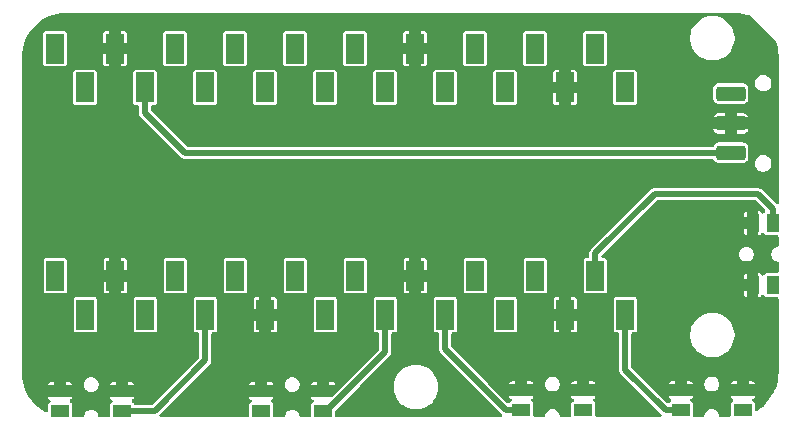
<source format=gbr>
%TF.GenerationSoftware,KiCad,Pcbnew,9.0.0*%
%TF.CreationDate,2025-07-02T08:41:32-07:00*%
%TF.ProjectId,bubby2,62756262-7932-42e6-9b69-6361645f7063,rev?*%
%TF.SameCoordinates,Original*%
%TF.FileFunction,Copper,L1,Top*%
%TF.FilePolarity,Positive*%
%FSLAX46Y46*%
G04 Gerber Fmt 4.6, Leading zero omitted, Abs format (unit mm)*
G04 Created by KiCad (PCBNEW 9.0.0) date 2025-07-02 08:41:32*
%MOMM*%
%LPD*%
G01*
G04 APERTURE LIST*
G04 Aperture macros list*
%AMRoundRect*
0 Rectangle with rounded corners*
0 $1 Rounding radius*
0 $2 $3 $4 $5 $6 $7 $8 $9 X,Y pos of 4 corners*
0 Add a 4 corners polygon primitive as box body*
4,1,4,$2,$3,$4,$5,$6,$7,$8,$9,$2,$3,0*
0 Add four circle primitives for the rounded corners*
1,1,$1+$1,$2,$3*
1,1,$1+$1,$4,$5*
1,1,$1+$1,$6,$7*
1,1,$1+$1,$8,$9*
0 Add four rect primitives between the rounded corners*
20,1,$1+$1,$2,$3,$4,$5,0*
20,1,$1+$1,$4,$5,$6,$7,0*
20,1,$1+$1,$6,$7,$8,$9,0*
20,1,$1+$1,$8,$9,$2,$3,0*%
G04 Aperture macros list end*
%TA.AperFunction,SMDPad,CuDef*%
%ADD10R,1.500000X2.500000*%
%TD*%
%TA.AperFunction,SMDPad,CuDef*%
%ADD11R,1.550000X1.000000*%
%TD*%
%TA.AperFunction,SMDPad,CuDef*%
%ADD12R,1.000000X1.550000*%
%TD*%
%TA.AperFunction,SMDPad,CuDef*%
%ADD13RoundRect,0.250000X1.000000X-0.375000X1.000000X0.375000X-1.000000X0.375000X-1.000000X-0.375000X0*%
%TD*%
%TA.AperFunction,Conductor*%
%ADD14C,0.500000*%
%TD*%
G04 APERTURE END LIST*
D10*
%TO.P,A1,40,VBUS*%
%TO.N,unconnected-(A1-VBUS-Pad40)*%
X189390000Y-97270000D03*
%TO.P,A1,39,VSYS*%
%TO.N,unconnected-(A1-VSYS-Pad39)*%
X191930000Y-100570000D03*
%TO.P,A1,38,GND*%
%TO.N,GND*%
X194470000Y-97270000D03*
%TO.P,A1,37,3V3_EN*%
%TO.N,Net-(A1-3V3_EN)*%
X197010000Y-100570000D03*
%TO.P,A1,36,3V3*%
%TO.N,unconnected-(A1-3V3-Pad36)*%
X199550000Y-97270000D03*
%TO.P,A1,35,ADC_VREF*%
%TO.N,unconnected-(A1-ADC_VREF-Pad35)*%
X202090000Y-100570000D03*
%TO.P,A1,34,GPIO28_ADC2*%
%TO.N,unconnected-(A1-GPIO28_ADC2-Pad34)*%
X204630000Y-97270000D03*
%TO.P,A1,33,AGND*%
%TO.N,unconnected-(A1-AGND-Pad33)*%
X207170000Y-100570000D03*
%TO.P,A1,32,GPIO27_ADC1*%
%TO.N,unconnected-(A1-GPIO27_ADC1-Pad32)*%
X209710000Y-97270000D03*
%TO.P,A1,31,GPIO26_ADC0*%
%TO.N,unconnected-(A1-GPIO26_ADC0-Pad31)*%
X212250000Y-100570000D03*
%TO.P,A1,30,RUN*%
%TO.N,unconnected-(A1-RUN-Pad30)*%
X214790000Y-97270000D03*
%TO.P,A1,29,GPIO22*%
%TO.N,unconnected-(A1-GPIO22-Pad29)*%
X217330000Y-100570000D03*
%TO.P,A1,28,GND*%
%TO.N,GND*%
X219870000Y-97270000D03*
%TO.P,A1,27,GPIO21*%
%TO.N,unconnected-(A1-GPIO21-Pad27)*%
X222410000Y-100570000D03*
%TO.P,A1,26,GPIO20*%
%TO.N,unconnected-(A1-GPIO20-Pad26)*%
X224950000Y-97270000D03*
%TO.P,A1,25,GPIO19*%
%TO.N,unconnected-(A1-GPIO19-Pad25)*%
X227490000Y-100570000D03*
%TO.P,A1,24,GPIO18*%
%TO.N,unconnected-(A1-GPIO18-Pad24)*%
X230030000Y-97270000D03*
%TO.P,A1,23,GND*%
%TO.N,GND*%
X232570000Y-100570000D03*
%TO.P,A1,22,GPIO17*%
%TO.N,unconnected-(A1-GPIO17-Pad22)*%
X235110000Y-97270000D03*
%TO.P,A1,21,GPIO16*%
%TO.N,unconnected-(A1-GPIO16-Pad21)*%
X237650000Y-100570000D03*
%TO.P,A1,20,GPIO15*%
%TO.N,Net-(A1-GPIO15)*%
X237680000Y-119800000D03*
%TO.P,A1,19,GPIO14*%
%TO.N,Net-(A1-GPIO14)*%
X235140000Y-116500000D03*
%TO.P,A1,18,GND*%
%TO.N,GND*%
X232600000Y-119800000D03*
%TO.P,A1,17,GPIO13*%
%TO.N,unconnected-(A1-GPIO13-Pad17)*%
X230060000Y-116500000D03*
%TO.P,A1,16,GPIO12*%
%TO.N,unconnected-(A1-GPIO12-Pad16)*%
X227520000Y-119800000D03*
%TO.P,A1,15,GPIO11*%
%TO.N,unconnected-(A1-GPIO11-Pad15)*%
X224980000Y-116500000D03*
%TO.P,A1,14,GPIO10*%
%TO.N,Net-(A1-GPIO10)*%
X222440000Y-119800000D03*
%TO.P,A1,13,GND*%
%TO.N,GND*%
X219900000Y-116500000D03*
%TO.P,A1,12,GPIO9*%
%TO.N,Net-(A1-GPIO9)*%
X217360000Y-119800000D03*
%TO.P,A1,11,GPIO8*%
%TO.N,unconnected-(A1-GPIO8-Pad11)*%
X214820000Y-116500000D03*
%TO.P,A1,10,GPIO7*%
%TO.N,unconnected-(A1-GPIO7-Pad10)*%
X212280000Y-119800000D03*
%TO.P,A1,9,GPIO6*%
%TO.N,unconnected-(A1-GPIO6-Pad9)*%
X209740000Y-116500000D03*
%TO.P,A1,8,GND*%
%TO.N,GND*%
X207200000Y-119800000D03*
%TO.P,A1,7,GPIO5*%
%TO.N,unconnected-(A1-GPIO5-Pad7)*%
X204660000Y-116500000D03*
%TO.P,A1,6,GPIO4*%
%TO.N,Net-(A1-GPIO4)*%
X202120000Y-119800000D03*
%TO.P,A1,5,GPIO3*%
%TO.N,unconnected-(A1-GPIO3-Pad5)*%
X199580000Y-116500000D03*
%TO.P,A1,4,GPIO2*%
%TO.N,unconnected-(A1-GPIO2-Pad4)*%
X197040000Y-119800000D03*
%TO.P,A1,3,GND*%
%TO.N,GND*%
X194500000Y-116500000D03*
%TO.P,A1,2,GPIO1*%
%TO.N,unconnected-(A1-GPIO1-Pad2)*%
X191960000Y-119800000D03*
%TO.P,A1,1,GPIO0*%
%TO.N,unconnected-(A1-GPIO0-Pad1)*%
X189420000Y-116500000D03*
%TD*%
D11*
%TO.P,SW2,1,1*%
%TO.N,Net-(A1-GPIO9)*%
X212100000Y-127950000D03*
X206850000Y-127950000D03*
%TO.P,SW2,2,2*%
%TO.N,GND*%
X212100000Y-126250000D03*
X206850000Y-126250000D03*
%TD*%
D12*
%TO.P,SW4,1,1*%
%TO.N,Net-(A1-GPIO14)*%
X250150000Y-112050000D03*
X250150000Y-117300000D03*
%TO.P,SW4,2,2*%
%TO.N,GND*%
X248450000Y-112050000D03*
X248450000Y-117300000D03*
%TD*%
D13*
%TO.P,SW6,3*%
%TO.N,N/C*%
X246600000Y-101100000D03*
%TO.P,SW6,2,B*%
%TO.N,GND*%
X246600000Y-103600000D03*
%TO.P,SW6,1,A*%
%TO.N,Net-(A1-3V3_EN)*%
X246600000Y-106100000D03*
%TD*%
D11*
%TO.P,SW0,1,1*%
%TO.N,Net-(A1-GPIO15)*%
X247625000Y-127900000D03*
X242375000Y-127900000D03*
%TO.P,SW0,2,2*%
%TO.N,GND*%
X247625000Y-126200000D03*
X242375000Y-126200000D03*
%TD*%
%TO.P,SW3,1,1*%
%TO.N,Net-(A1-GPIO4)*%
X195075000Y-127950000D03*
X189825000Y-127950000D03*
%TO.P,SW3,2,2*%
%TO.N,GND*%
X195075000Y-126250000D03*
X189825000Y-126250000D03*
%TD*%
%TO.P,SW1,1,1*%
%TO.N,Net-(A1-GPIO10)*%
X234125000Y-127900000D03*
X228875000Y-127900000D03*
%TO.P,SW1,2,2*%
%TO.N,GND*%
X234125000Y-126200000D03*
X228875000Y-126200000D03*
%TD*%
D14*
%TO.N,Net-(A1-GPIO14)*%
X235140000Y-116500000D02*
X235140000Y-114610000D01*
X235140000Y-114610000D02*
X240150000Y-109600000D01*
X240150000Y-109600000D02*
X248900000Y-109600000D01*
X248900000Y-109600000D02*
X250150000Y-110850000D01*
X250150000Y-110850000D02*
X250150000Y-112050000D01*
%TO.N,Net-(A1-3V3_EN)*%
X200400000Y-106100000D02*
X197000000Y-102700000D01*
X246600000Y-106100000D02*
X200400000Y-106100000D01*
X197010000Y-102690000D02*
X197010000Y-100570000D01*
X197000000Y-102700000D02*
X197010000Y-102690000D01*
%TO.N,Net-(A1-GPIO4)*%
X202120000Y-119800000D02*
X202120000Y-123680000D01*
X202120000Y-123680000D02*
X197850000Y-127950000D01*
X197850000Y-127950000D02*
X195075000Y-127950000D01*
%TO.N,Net-(A1-GPIO10)*%
X222440000Y-119800000D02*
X222440000Y-122740000D01*
X227600000Y-127900000D02*
X228875000Y-127900000D01*
X222440000Y-122740000D02*
X227600000Y-127900000D01*
%TO.N,Net-(A1-GPIO15)*%
X237680000Y-119800000D02*
X237680000Y-124480000D01*
X241100000Y-127900000D02*
X242375000Y-127900000D01*
X237680000Y-124480000D02*
X241100000Y-127900000D01*
%TO.N,Net-(A1-GPIO9)*%
X212100000Y-127950000D02*
X212375000Y-127950000D01*
X212375000Y-127950000D02*
X217360000Y-122965000D01*
X217360000Y-122965000D02*
X217360000Y-119800000D01*
%TD*%
%TA.AperFunction,Conductor*%
%TO.N,GND*%
G36*
X246899963Y-94247119D02*
G01*
X247256438Y-94259309D01*
X247268649Y-94260334D01*
X247619839Y-94307433D01*
X247631900Y-94309663D01*
X247976704Y-94391290D01*
X247988469Y-94394699D01*
X248199667Y-94467415D01*
X248246977Y-94496977D01*
X250401742Y-96651742D01*
X250430671Y-96697255D01*
X250488130Y-96856150D01*
X250491731Y-96867898D01*
X250578651Y-97211382D01*
X250581071Y-97223429D01*
X250633565Y-97573811D01*
X250634782Y-97586038D01*
X250652430Y-97941689D01*
X250652582Y-97947818D01*
X250652583Y-98011951D01*
X250652590Y-98011979D01*
X250652591Y-98019610D01*
X250652592Y-98019611D01*
X250654355Y-110347161D01*
X250634680Y-110414204D01*
X250581883Y-110459966D01*
X250512726Y-110469919D01*
X250449166Y-110440904D01*
X250442674Y-110434860D01*
X249207316Y-109199502D01*
X249207314Y-109199500D01*
X249150250Y-109166554D01*
X249093187Y-109133608D01*
X249029539Y-109116554D01*
X248965892Y-109099500D01*
X240215892Y-109099500D01*
X240084108Y-109099500D01*
X239956812Y-109133608D01*
X239842686Y-109199500D01*
X239842683Y-109199502D01*
X234739502Y-114302683D01*
X234739500Y-114302686D01*
X234673608Y-114416812D01*
X234639500Y-114544108D01*
X234639500Y-114875500D01*
X234619815Y-114942539D01*
X234567011Y-114988294D01*
X234515500Y-114999500D01*
X234365323Y-114999500D01*
X234292264Y-115014032D01*
X234292260Y-115014033D01*
X234209399Y-115069399D01*
X234154033Y-115152260D01*
X234154032Y-115152264D01*
X234139500Y-115225321D01*
X234139500Y-117774678D01*
X234154032Y-117847735D01*
X234154033Y-117847739D01*
X234154034Y-117847740D01*
X234209399Y-117930601D01*
X234291554Y-117985494D01*
X234292260Y-117985966D01*
X234292264Y-117985967D01*
X234365321Y-118000499D01*
X234365324Y-118000500D01*
X234365326Y-118000500D01*
X235914676Y-118000500D01*
X235914677Y-118000499D01*
X235987740Y-117985966D01*
X236070601Y-117930601D01*
X236125966Y-117847740D01*
X236140500Y-117774674D01*
X236140500Y-116500371D01*
X247700000Y-116500371D01*
X247700000Y-116800000D01*
X247950000Y-116800000D01*
X247950000Y-116275000D01*
X247925373Y-116275000D01*
X247852459Y-116289503D01*
X247852455Y-116289505D01*
X247769760Y-116344760D01*
X247714505Y-116427455D01*
X247714503Y-116427459D01*
X247700000Y-116500371D01*
X236140500Y-116500371D01*
X236140500Y-115225326D01*
X236140500Y-115225323D01*
X236140499Y-115225321D01*
X236125967Y-115152264D01*
X236125966Y-115152260D01*
X236070601Y-115069399D01*
X235987740Y-115014034D01*
X235987739Y-115014033D01*
X235987735Y-115014032D01*
X235914677Y-114999500D01*
X235914674Y-114999500D01*
X235764500Y-114999500D01*
X235755814Y-114996949D01*
X235746853Y-114998238D01*
X235722812Y-114987259D01*
X235697461Y-114979815D01*
X235691533Y-114972974D01*
X235683297Y-114969213D01*
X235669007Y-114946978D01*
X235651706Y-114927011D01*
X235649418Y-114916496D01*
X235645523Y-114910435D01*
X235640500Y-114875500D01*
X235640500Y-114868676D01*
X235660185Y-114801637D01*
X235676819Y-114780995D01*
X235844425Y-114613389D01*
X247299500Y-114613389D01*
X247299500Y-114736610D01*
X247323535Y-114857444D01*
X247323538Y-114857454D01*
X247370687Y-114971283D01*
X247370692Y-114971292D01*
X247439141Y-115073732D01*
X247439144Y-115073736D01*
X247526263Y-115160855D01*
X247526267Y-115160858D01*
X247628707Y-115229307D01*
X247628713Y-115229310D01*
X247628714Y-115229311D01*
X247742548Y-115276463D01*
X247863389Y-115300499D01*
X247863393Y-115300500D01*
X247863394Y-115300500D01*
X247986607Y-115300500D01*
X247986608Y-115300499D01*
X248107452Y-115276463D01*
X248221286Y-115229311D01*
X248323733Y-115160858D01*
X248410858Y-115073733D01*
X248479311Y-114971286D01*
X248526463Y-114857452D01*
X248550500Y-114736606D01*
X248550500Y-114613394D01*
X248526463Y-114492548D01*
X248479311Y-114378714D01*
X248479310Y-114378713D01*
X248479307Y-114378707D01*
X248410858Y-114276267D01*
X248410855Y-114276263D01*
X248323736Y-114189144D01*
X248323732Y-114189141D01*
X248221292Y-114120692D01*
X248221283Y-114120687D01*
X248107454Y-114073538D01*
X248107455Y-114073538D01*
X248107452Y-114073537D01*
X248107448Y-114073536D01*
X248107444Y-114073535D01*
X247986610Y-114049500D01*
X247986606Y-114049500D01*
X247863394Y-114049500D01*
X247863389Y-114049500D01*
X247742555Y-114073535D01*
X247742545Y-114073538D01*
X247628716Y-114120687D01*
X247628707Y-114120692D01*
X247526267Y-114189141D01*
X247526263Y-114189144D01*
X247439144Y-114276263D01*
X247439141Y-114276267D01*
X247370692Y-114378707D01*
X247370687Y-114378716D01*
X247323538Y-114492545D01*
X247323535Y-114492555D01*
X247299500Y-114613389D01*
X235844425Y-114613389D01*
X237608186Y-112849628D01*
X247700000Y-112849628D01*
X247714503Y-112922540D01*
X247714505Y-112922544D01*
X247769760Y-113005239D01*
X247852455Y-113060494D01*
X247852459Y-113060496D01*
X247925371Y-113074999D01*
X247925374Y-113075000D01*
X247950000Y-113075000D01*
X247950000Y-112550000D01*
X247700000Y-112550000D01*
X247700000Y-112849628D01*
X237608186Y-112849628D01*
X239207443Y-111250371D01*
X247700000Y-111250371D01*
X247700000Y-111550000D01*
X247950000Y-111550000D01*
X247950000Y-111025000D01*
X247925373Y-111025000D01*
X247852459Y-111039503D01*
X247852455Y-111039505D01*
X247769760Y-111094760D01*
X247714505Y-111177455D01*
X247714503Y-111177459D01*
X247700000Y-111250371D01*
X239207443Y-111250371D01*
X240320995Y-110136819D01*
X240382318Y-110103334D01*
X240408676Y-110100500D01*
X248641324Y-110100500D01*
X248708363Y-110120185D01*
X248729005Y-110136819D01*
X249492752Y-110900566D01*
X249526237Y-110961889D01*
X249521253Y-111031581D01*
X249504395Y-111062481D01*
X249491652Y-111079529D01*
X249469399Y-111094399D01*
X249414034Y-111177260D01*
X249412374Y-111185601D01*
X249399047Y-111203434D01*
X249383010Y-111215457D01*
X249370433Y-111231063D01*
X249355629Y-111235988D01*
X249343145Y-111245349D01*
X249323151Y-111246794D01*
X249304136Y-111253121D01*
X249289019Y-111249261D01*
X249273458Y-111250386D01*
X249255859Y-111240793D01*
X249236439Y-111235835D01*
X249225808Y-111224414D01*
X249212109Y-111216948D01*
X249202490Y-111199364D01*
X249188833Y-111184693D01*
X249185600Y-111177612D01*
X249130239Y-111094760D01*
X249047544Y-111039505D01*
X249047540Y-111039503D01*
X248974627Y-111025000D01*
X248950000Y-111025000D01*
X248950000Y-113075000D01*
X248974626Y-113075000D01*
X248974628Y-113074999D01*
X249047540Y-113060496D01*
X249047544Y-113060494D01*
X249130239Y-113005239D01*
X249192280Y-112912390D01*
X249193393Y-112913134D01*
X249228996Y-112868947D01*
X249295289Y-112846878D01*
X249362990Y-112864153D01*
X249410603Y-112915287D01*
X249413950Y-112922614D01*
X249414033Y-112922739D01*
X249414034Y-112922740D01*
X249469399Y-113005601D01*
X249551554Y-113060494D01*
X249552260Y-113060966D01*
X249552264Y-113060967D01*
X249625321Y-113075499D01*
X249625324Y-113075500D01*
X249625326Y-113075500D01*
X250530764Y-113075500D01*
X250597803Y-113095185D01*
X250643558Y-113147989D01*
X250654764Y-113199482D01*
X250654869Y-113939467D01*
X250635194Y-114006510D01*
X250582396Y-114052272D01*
X250555061Y-114061102D01*
X250492554Y-114073535D01*
X250492545Y-114073538D01*
X250378716Y-114120687D01*
X250378707Y-114120692D01*
X250276267Y-114189141D01*
X250276263Y-114189144D01*
X250189144Y-114276263D01*
X250189141Y-114276267D01*
X250120692Y-114378707D01*
X250120687Y-114378716D01*
X250073538Y-114492545D01*
X250073535Y-114492555D01*
X250049500Y-114613389D01*
X250049500Y-114736610D01*
X250073535Y-114857444D01*
X250073538Y-114857454D01*
X250120687Y-114971283D01*
X250120692Y-114971292D01*
X250189141Y-115073732D01*
X250189144Y-115073736D01*
X250276263Y-115160855D01*
X250276267Y-115160858D01*
X250378707Y-115229307D01*
X250378713Y-115229310D01*
X250378714Y-115229311D01*
X250492548Y-115276463D01*
X250555270Y-115288938D01*
X250617181Y-115321323D01*
X250651755Y-115382039D01*
X250655079Y-115410538D01*
X250655185Y-116150482D01*
X250635510Y-116217525D01*
X250582713Y-116263287D01*
X250531185Y-116274500D01*
X249625323Y-116274500D01*
X249552264Y-116289032D01*
X249552260Y-116289033D01*
X249469399Y-116344399D01*
X249407249Y-116437415D01*
X249406186Y-116436704D01*
X249370433Y-116481063D01*
X249304136Y-116503121D01*
X249236439Y-116485835D01*
X249188833Y-116434693D01*
X249185600Y-116427612D01*
X249130239Y-116344760D01*
X249047544Y-116289505D01*
X249047540Y-116289503D01*
X248974627Y-116275000D01*
X248950000Y-116275000D01*
X248950000Y-118325000D01*
X248974626Y-118325000D01*
X248974628Y-118324999D01*
X249047540Y-118310496D01*
X249047544Y-118310494D01*
X249130239Y-118255239D01*
X249192280Y-118162390D01*
X249193393Y-118163134D01*
X249228996Y-118118947D01*
X249295289Y-118096878D01*
X249362990Y-118114153D01*
X249410603Y-118165287D01*
X249413950Y-118172614D01*
X249414033Y-118172739D01*
X249414034Y-118172740D01*
X249469399Y-118255601D01*
X249535100Y-118299500D01*
X249552260Y-118310966D01*
X249552264Y-118310967D01*
X249625321Y-118325499D01*
X249625324Y-118325500D01*
X249625326Y-118325500D01*
X250531514Y-118325500D01*
X250598553Y-118345185D01*
X250644308Y-118397989D01*
X250655513Y-118449480D01*
X250655730Y-119962233D01*
X250656342Y-124247682D01*
X250656396Y-124621512D01*
X250655444Y-124625300D01*
X250656405Y-124687807D01*
X250656406Y-124688731D01*
X250656406Y-124690546D01*
X250656334Y-124694784D01*
X250644139Y-125051427D01*
X250643111Y-125063672D01*
X250596015Y-125414830D01*
X250593780Y-125426912D01*
X250512160Y-125771687D01*
X250508740Y-125783490D01*
X250393399Y-126118487D01*
X250388828Y-126129893D01*
X250292797Y-126338881D01*
X250278756Y-126362256D01*
X249391258Y-127527096D01*
X249376560Y-127543221D01*
X249328058Y-127587823D01*
X249318611Y-127595683D01*
X249035359Y-127808514D01*
X249025181Y-127815400D01*
X248873657Y-127907314D01*
X248838811Y-127928451D01*
X248771283Y-127946389D01*
X248704777Y-127924972D01*
X248660407Y-127870999D01*
X248650500Y-127822431D01*
X248650500Y-127375323D01*
X248650499Y-127375321D01*
X248635967Y-127302264D01*
X248635966Y-127302260D01*
X248629298Y-127292280D01*
X248580601Y-127219399D01*
X248497740Y-127164034D01*
X248497739Y-127164033D01*
X248487585Y-127157249D01*
X248488294Y-127156186D01*
X248443938Y-127120436D01*
X248421878Y-127054140D01*
X248439162Y-126986442D01*
X248490302Y-126938835D01*
X248497385Y-126935600D01*
X248580239Y-126880239D01*
X248635494Y-126797544D01*
X248635496Y-126797540D01*
X248649999Y-126724628D01*
X248650000Y-126724626D01*
X248650000Y-126700000D01*
X246600000Y-126700000D01*
X246600000Y-126724628D01*
X246614503Y-126797540D01*
X246614505Y-126797544D01*
X246669760Y-126880239D01*
X246762610Y-126942280D01*
X246761866Y-126943393D01*
X246806054Y-126979000D01*
X246828121Y-127045293D01*
X246810844Y-127112993D01*
X246759708Y-127160605D01*
X246752390Y-127163947D01*
X246669399Y-127219399D01*
X246614033Y-127302260D01*
X246614032Y-127302264D01*
X246599500Y-127375321D01*
X246599500Y-128323624D01*
X246579815Y-128390663D01*
X246527011Y-128436418D01*
X246475508Y-128447624D01*
X245744036Y-128447674D01*
X245676996Y-128427994D01*
X245631237Y-128375193D01*
X245622412Y-128347871D01*
X245601463Y-128242548D01*
X245554311Y-128128714D01*
X245554310Y-128128713D01*
X245554307Y-128128707D01*
X245485858Y-128026267D01*
X245485855Y-128026263D01*
X245398736Y-127939144D01*
X245398732Y-127939141D01*
X245296292Y-127870692D01*
X245296283Y-127870687D01*
X245182454Y-127823538D01*
X245182455Y-127823538D01*
X245182452Y-127823537D01*
X245182448Y-127823536D01*
X245182444Y-127823535D01*
X245061610Y-127799500D01*
X245061606Y-127799500D01*
X244938394Y-127799500D01*
X244938389Y-127799500D01*
X244817555Y-127823535D01*
X244817545Y-127823538D01*
X244703716Y-127870687D01*
X244703707Y-127870692D01*
X244601267Y-127939141D01*
X244601263Y-127939144D01*
X244514144Y-128026263D01*
X244514141Y-128026267D01*
X244445692Y-128128707D01*
X244445687Y-128128716D01*
X244398538Y-128242545D01*
X244398535Y-128242555D01*
X244377568Y-128347964D01*
X244345183Y-128409875D01*
X244284467Y-128444449D01*
X244255959Y-128447773D01*
X243524508Y-128447823D01*
X243457468Y-128428143D01*
X243411709Y-128375342D01*
X243400500Y-128323823D01*
X243400500Y-127375323D01*
X243400499Y-127375321D01*
X243385967Y-127302264D01*
X243385966Y-127302260D01*
X243379298Y-127292280D01*
X243330601Y-127219399D01*
X243247740Y-127164034D01*
X243247739Y-127164033D01*
X243237585Y-127157249D01*
X243238294Y-127156186D01*
X243193938Y-127120436D01*
X243171878Y-127054140D01*
X243189162Y-126986442D01*
X243240302Y-126938835D01*
X243247385Y-126935600D01*
X243330239Y-126880239D01*
X243385494Y-126797544D01*
X243385496Y-126797540D01*
X243399999Y-126724628D01*
X243400000Y-126724626D01*
X243400000Y-126700000D01*
X241350000Y-126700000D01*
X241350000Y-126724628D01*
X241364503Y-126797540D01*
X241364505Y-126797544D01*
X241419760Y-126880239D01*
X241512610Y-126942280D01*
X241511866Y-126943393D01*
X241556054Y-126979000D01*
X241578121Y-127045293D01*
X241560844Y-127112993D01*
X241536067Y-127142856D01*
X241514815Y-127161536D01*
X241502260Y-127164034D01*
X241419399Y-127219399D01*
X241377281Y-127282433D01*
X241365074Y-127293164D01*
X241347539Y-127301323D01*
X241332697Y-127313727D01*
X241316512Y-127315759D01*
X241301726Y-127322640D01*
X241282562Y-127320023D01*
X241263372Y-127322434D01*
X241248659Y-127315395D01*
X241232499Y-127313189D01*
X241217793Y-127300628D01*
X241200344Y-127292280D01*
X241195526Y-127287712D01*
X239583185Y-125675371D01*
X241350000Y-125675371D01*
X241350000Y-125700000D01*
X241875000Y-125700000D01*
X242875000Y-125700000D01*
X243400000Y-125700000D01*
X243400000Y-125675373D01*
X243399999Y-125675371D01*
X243391272Y-125631493D01*
X243387670Y-125613389D01*
X244374500Y-125613389D01*
X244374500Y-125736610D01*
X244398535Y-125857444D01*
X244398538Y-125857454D01*
X244445687Y-125971283D01*
X244445692Y-125971292D01*
X244514141Y-126073732D01*
X244514144Y-126073736D01*
X244601263Y-126160855D01*
X244601267Y-126160858D01*
X244703707Y-126229307D01*
X244703713Y-126229310D01*
X244703714Y-126229311D01*
X244817548Y-126276463D01*
X244938389Y-126300499D01*
X244938393Y-126300500D01*
X244938394Y-126300500D01*
X245061607Y-126300500D01*
X245061608Y-126300499D01*
X245182452Y-126276463D01*
X245296286Y-126229311D01*
X245398733Y-126160858D01*
X245485858Y-126073733D01*
X245554311Y-125971286D01*
X245601463Y-125857452D01*
X245625500Y-125736606D01*
X245625500Y-125675371D01*
X246600000Y-125675371D01*
X246600000Y-125700000D01*
X247125000Y-125700000D01*
X248125000Y-125700000D01*
X248650000Y-125700000D01*
X248650000Y-125675373D01*
X248649999Y-125675371D01*
X248635496Y-125602459D01*
X248635494Y-125602455D01*
X248580239Y-125519760D01*
X248497544Y-125464505D01*
X248497540Y-125464503D01*
X248424627Y-125450000D01*
X248125000Y-125450000D01*
X248125000Y-125700000D01*
X247125000Y-125700000D01*
X247125000Y-125450000D01*
X246825373Y-125450000D01*
X246752459Y-125464503D01*
X246752455Y-125464505D01*
X246669760Y-125519760D01*
X246614505Y-125602455D01*
X246614503Y-125602459D01*
X246600000Y-125675371D01*
X245625500Y-125675371D01*
X245625500Y-125613394D01*
X245601463Y-125492548D01*
X245554311Y-125378714D01*
X245554310Y-125378713D01*
X245554307Y-125378707D01*
X245485858Y-125276267D01*
X245485855Y-125276263D01*
X245398736Y-125189144D01*
X245398732Y-125189141D01*
X245296292Y-125120692D01*
X245296283Y-125120687D01*
X245182454Y-125073538D01*
X245182455Y-125073538D01*
X245182452Y-125073537D01*
X245182448Y-125073536D01*
X245182444Y-125073535D01*
X245061610Y-125049500D01*
X245061606Y-125049500D01*
X244938394Y-125049500D01*
X244938389Y-125049500D01*
X244817555Y-125073535D01*
X244817545Y-125073538D01*
X244703716Y-125120687D01*
X244703707Y-125120692D01*
X244601267Y-125189141D01*
X244601263Y-125189144D01*
X244514144Y-125276263D01*
X244514141Y-125276267D01*
X244445692Y-125378707D01*
X244445687Y-125378716D01*
X244398538Y-125492545D01*
X244398535Y-125492555D01*
X244374500Y-125613389D01*
X243387670Y-125613389D01*
X243385496Y-125602459D01*
X243385494Y-125602455D01*
X243330239Y-125519760D01*
X243247544Y-125464505D01*
X243247540Y-125464503D01*
X243174627Y-125450000D01*
X242875000Y-125450000D01*
X242875000Y-125700000D01*
X241875000Y-125700000D01*
X241875000Y-125450000D01*
X241575373Y-125450000D01*
X241502459Y-125464503D01*
X241502455Y-125464505D01*
X241419760Y-125519760D01*
X241364505Y-125602455D01*
X241364503Y-125602459D01*
X241350000Y-125675371D01*
X239583185Y-125675371D01*
X238216819Y-124309005D01*
X238183334Y-124247682D01*
X238180500Y-124221324D01*
X238180500Y-121424500D01*
X238187088Y-121402065D01*
X243174500Y-121402065D01*
X243174500Y-121647934D01*
X243190160Y-121766874D01*
X243206591Y-121891677D01*
X243270222Y-122129152D01*
X243270225Y-122129162D01*
X243341367Y-122300913D01*
X243364306Y-122356292D01*
X243487233Y-122569208D01*
X243487235Y-122569211D01*
X243487236Y-122569212D01*
X243636897Y-122764254D01*
X243636903Y-122764261D01*
X243810738Y-122938096D01*
X243810744Y-122938101D01*
X244005792Y-123087767D01*
X244218708Y-123210694D01*
X244445847Y-123304778D01*
X244683323Y-123368409D01*
X244927073Y-123400500D01*
X244927080Y-123400500D01*
X245172920Y-123400500D01*
X245172927Y-123400500D01*
X245416677Y-123368409D01*
X245654153Y-123304778D01*
X245881292Y-123210694D01*
X246094208Y-123087767D01*
X246289256Y-122938101D01*
X246463101Y-122764256D01*
X246612767Y-122569208D01*
X246735694Y-122356292D01*
X246829778Y-122129153D01*
X246893409Y-121891677D01*
X246925500Y-121647927D01*
X246925500Y-121402073D01*
X246893409Y-121158323D01*
X246829778Y-120920847D01*
X246735694Y-120693708D01*
X246612767Y-120480792D01*
X246463101Y-120285744D01*
X246463096Y-120285738D01*
X246289261Y-120111903D01*
X246289254Y-120111897D01*
X246094212Y-119962236D01*
X246094211Y-119962235D01*
X246094208Y-119962233D01*
X245881292Y-119839306D01*
X245881285Y-119839303D01*
X245654162Y-119745225D01*
X245654155Y-119745223D01*
X245654153Y-119745222D01*
X245416677Y-119681591D01*
X245375939Y-119676227D01*
X245172934Y-119649500D01*
X245172927Y-119649500D01*
X244927073Y-119649500D01*
X244927065Y-119649500D01*
X244695059Y-119680045D01*
X244683323Y-119681591D01*
X244445847Y-119745222D01*
X244445837Y-119745225D01*
X244218714Y-119839303D01*
X244218705Y-119839307D01*
X244005787Y-119962236D01*
X243810745Y-120111897D01*
X243810738Y-120111903D01*
X243636903Y-120285738D01*
X243636897Y-120285745D01*
X243487236Y-120480787D01*
X243364307Y-120693705D01*
X243364303Y-120693714D01*
X243270225Y-120920837D01*
X243270222Y-120920847D01*
X243218799Y-121112764D01*
X243206592Y-121158320D01*
X243206590Y-121158331D01*
X243174500Y-121402065D01*
X238187088Y-121402065D01*
X238200185Y-121357461D01*
X238252989Y-121311706D01*
X238304500Y-121300500D01*
X238454676Y-121300500D01*
X238454677Y-121300499D01*
X238479248Y-121295611D01*
X238527737Y-121285967D01*
X238527737Y-121285966D01*
X238527740Y-121285966D01*
X238610601Y-121230601D01*
X238665966Y-121147740D01*
X238680500Y-121074674D01*
X238680500Y-118525326D01*
X238680500Y-118525323D01*
X238680499Y-118525321D01*
X238665967Y-118452264D01*
X238665966Y-118452260D01*
X238664110Y-118449482D01*
X238610601Y-118369399D01*
X238555235Y-118332405D01*
X238527739Y-118314033D01*
X238527735Y-118314032D01*
X238454677Y-118299500D01*
X238454674Y-118299500D01*
X236905326Y-118299500D01*
X236905323Y-118299500D01*
X236832264Y-118314032D01*
X236832260Y-118314033D01*
X236749399Y-118369399D01*
X236694033Y-118452260D01*
X236694032Y-118452264D01*
X236679500Y-118525321D01*
X236679500Y-121074678D01*
X236694032Y-121147735D01*
X236694033Y-121147739D01*
X236712405Y-121175235D01*
X236749399Y-121230601D01*
X236810080Y-121271146D01*
X236832260Y-121285966D01*
X236832264Y-121285967D01*
X236905321Y-121300499D01*
X236905324Y-121300500D01*
X236905326Y-121300500D01*
X237055500Y-121300500D01*
X237122539Y-121320185D01*
X237168294Y-121372989D01*
X237179500Y-121424500D01*
X237179500Y-124545891D01*
X237213608Y-124673187D01*
X237246554Y-124730250D01*
X237279500Y-124787314D01*
X240699500Y-128207314D01*
X240728524Y-128236338D01*
X240762008Y-128297662D01*
X240757022Y-128367354D01*
X240715150Y-128423286D01*
X240649685Y-128447702D01*
X240640849Y-128448018D01*
X235274508Y-128448379D01*
X235207468Y-128428699D01*
X235161709Y-128375898D01*
X235150500Y-128324379D01*
X235150500Y-127375323D01*
X235150499Y-127375321D01*
X235135967Y-127302264D01*
X235135966Y-127302260D01*
X235129298Y-127292280D01*
X235080601Y-127219399D01*
X234997740Y-127164034D01*
X234997739Y-127164033D01*
X234987585Y-127157249D01*
X234988294Y-127156186D01*
X234943938Y-127120436D01*
X234921878Y-127054140D01*
X234939162Y-126986442D01*
X234990302Y-126938835D01*
X234997385Y-126935600D01*
X235080239Y-126880239D01*
X235135494Y-126797544D01*
X235135496Y-126797540D01*
X235149999Y-126724628D01*
X235150000Y-126724626D01*
X235150000Y-126700000D01*
X233100000Y-126700000D01*
X233100000Y-126724628D01*
X233114503Y-126797540D01*
X233114505Y-126797544D01*
X233169760Y-126880239D01*
X233262610Y-126942280D01*
X233261866Y-126943393D01*
X233306054Y-126979000D01*
X233328121Y-127045293D01*
X233310844Y-127112993D01*
X233259708Y-127160605D01*
X233252390Y-127163947D01*
X233169399Y-127219399D01*
X233114033Y-127302260D01*
X233114032Y-127302264D01*
X233099500Y-127375321D01*
X233099500Y-128324534D01*
X233079815Y-128391573D01*
X233027011Y-128437328D01*
X232975508Y-128448534D01*
X232244217Y-128448583D01*
X232177177Y-128428903D01*
X232131418Y-128376102D01*
X232122593Y-128348779D01*
X232101463Y-128242548D01*
X232054311Y-128128714D01*
X232054310Y-128128713D01*
X232054307Y-128128707D01*
X231985858Y-128026267D01*
X231985855Y-128026263D01*
X231898736Y-127939144D01*
X231898732Y-127939141D01*
X231796292Y-127870692D01*
X231796283Y-127870687D01*
X231682454Y-127823538D01*
X231682455Y-127823538D01*
X231682452Y-127823537D01*
X231682448Y-127823536D01*
X231682444Y-127823535D01*
X231561610Y-127799500D01*
X231561606Y-127799500D01*
X231438394Y-127799500D01*
X231438389Y-127799500D01*
X231317555Y-127823535D01*
X231317545Y-127823538D01*
X231203716Y-127870687D01*
X231203707Y-127870692D01*
X231101267Y-127939141D01*
X231101263Y-127939144D01*
X231014144Y-128026263D01*
X231014141Y-128026267D01*
X230945692Y-128128707D01*
X230945687Y-128128716D01*
X230898538Y-128242545D01*
X230898535Y-128242555D01*
X230877387Y-128348875D01*
X230845002Y-128410786D01*
X230784287Y-128445360D01*
X230755778Y-128448684D01*
X230024508Y-128448733D01*
X229957468Y-128429053D01*
X229911709Y-128376252D01*
X229900500Y-128324733D01*
X229900500Y-127375323D01*
X229900499Y-127375321D01*
X229885967Y-127302264D01*
X229885966Y-127302260D01*
X229879298Y-127292280D01*
X229830601Y-127219399D01*
X229747740Y-127164034D01*
X229747739Y-127164033D01*
X229737585Y-127157249D01*
X229738294Y-127156186D01*
X229693938Y-127120436D01*
X229671878Y-127054140D01*
X229689162Y-126986442D01*
X229740302Y-126938835D01*
X229747385Y-126935600D01*
X229830239Y-126880239D01*
X229885494Y-126797544D01*
X229885496Y-126797540D01*
X229899999Y-126724628D01*
X229900000Y-126724626D01*
X229900000Y-126700000D01*
X227850000Y-126700000D01*
X227850000Y-126724628D01*
X227864503Y-126797540D01*
X227864505Y-126797544D01*
X227919760Y-126880239D01*
X228012610Y-126942280D01*
X228011866Y-126943393D01*
X228056054Y-126979000D01*
X228078121Y-127045293D01*
X228060844Y-127112993D01*
X228036067Y-127142856D01*
X228014815Y-127161536D01*
X228002260Y-127164034D01*
X227919399Y-127219399D01*
X227877281Y-127282433D01*
X227865074Y-127293164D01*
X227847539Y-127301323D01*
X227832697Y-127313727D01*
X227816512Y-127315759D01*
X227801726Y-127322640D01*
X227782562Y-127320023D01*
X227763372Y-127322434D01*
X227748659Y-127315395D01*
X227732499Y-127313189D01*
X227717793Y-127300628D01*
X227700344Y-127292280D01*
X227695526Y-127287712D01*
X226083185Y-125675371D01*
X227850000Y-125675371D01*
X227850000Y-125700000D01*
X228375000Y-125700000D01*
X229375000Y-125700000D01*
X229900000Y-125700000D01*
X229900000Y-125675373D01*
X229899999Y-125675371D01*
X229891272Y-125631493D01*
X229887670Y-125613389D01*
X230874500Y-125613389D01*
X230874500Y-125736610D01*
X230898535Y-125857444D01*
X230898538Y-125857454D01*
X230945687Y-125971283D01*
X230945692Y-125971292D01*
X231014141Y-126073732D01*
X231014144Y-126073736D01*
X231101263Y-126160855D01*
X231101267Y-126160858D01*
X231203707Y-126229307D01*
X231203713Y-126229310D01*
X231203714Y-126229311D01*
X231317548Y-126276463D01*
X231438389Y-126300499D01*
X231438393Y-126300500D01*
X231438394Y-126300500D01*
X231561607Y-126300500D01*
X231561608Y-126300499D01*
X231682452Y-126276463D01*
X231796286Y-126229311D01*
X231898733Y-126160858D01*
X231985858Y-126073733D01*
X232054311Y-125971286D01*
X232101463Y-125857452D01*
X232125500Y-125736606D01*
X232125500Y-125675371D01*
X233100000Y-125675371D01*
X233100000Y-125700000D01*
X233625000Y-125700000D01*
X234625000Y-125700000D01*
X235150000Y-125700000D01*
X235150000Y-125675373D01*
X235149999Y-125675371D01*
X235135496Y-125602459D01*
X235135494Y-125602455D01*
X235080239Y-125519760D01*
X234997544Y-125464505D01*
X234997540Y-125464503D01*
X234924627Y-125450000D01*
X234625000Y-125450000D01*
X234625000Y-125700000D01*
X233625000Y-125700000D01*
X233625000Y-125450000D01*
X233325373Y-125450000D01*
X233252459Y-125464503D01*
X233252455Y-125464505D01*
X233169760Y-125519760D01*
X233114505Y-125602455D01*
X233114503Y-125602459D01*
X233100000Y-125675371D01*
X232125500Y-125675371D01*
X232125500Y-125613394D01*
X232101463Y-125492548D01*
X232054311Y-125378714D01*
X232054310Y-125378713D01*
X232054307Y-125378707D01*
X231985858Y-125276267D01*
X231985855Y-125276263D01*
X231898736Y-125189144D01*
X231898732Y-125189141D01*
X231796292Y-125120692D01*
X231796283Y-125120687D01*
X231682454Y-125073538D01*
X231682455Y-125073538D01*
X231682452Y-125073537D01*
X231682448Y-125073536D01*
X231682444Y-125073535D01*
X231561610Y-125049500D01*
X231561606Y-125049500D01*
X231438394Y-125049500D01*
X231438389Y-125049500D01*
X231317555Y-125073535D01*
X231317545Y-125073538D01*
X231203716Y-125120687D01*
X231203707Y-125120692D01*
X231101267Y-125189141D01*
X231101263Y-125189144D01*
X231014144Y-125276263D01*
X231014141Y-125276267D01*
X230945692Y-125378707D01*
X230945687Y-125378716D01*
X230898538Y-125492545D01*
X230898535Y-125492555D01*
X230874500Y-125613389D01*
X229887670Y-125613389D01*
X229885496Y-125602459D01*
X229885494Y-125602455D01*
X229830239Y-125519760D01*
X229747544Y-125464505D01*
X229747540Y-125464503D01*
X229674627Y-125450000D01*
X229375000Y-125450000D01*
X229375000Y-125700000D01*
X228375000Y-125700000D01*
X228375000Y-125450000D01*
X228075373Y-125450000D01*
X228002459Y-125464503D01*
X228002455Y-125464505D01*
X227919760Y-125519760D01*
X227864505Y-125602455D01*
X227864503Y-125602459D01*
X227850000Y-125675371D01*
X226083185Y-125675371D01*
X222976819Y-122569005D01*
X222943334Y-122507682D01*
X222940500Y-122481324D01*
X222940500Y-121424500D01*
X222960185Y-121357461D01*
X223012989Y-121311706D01*
X223064500Y-121300500D01*
X223214676Y-121300500D01*
X223214677Y-121300499D01*
X223287740Y-121285966D01*
X223370601Y-121230601D01*
X223425966Y-121147740D01*
X223440500Y-121074674D01*
X223440500Y-118525326D01*
X223440500Y-118525323D01*
X223440499Y-118525321D01*
X226519500Y-118525321D01*
X226519500Y-121074678D01*
X226534032Y-121147735D01*
X226534033Y-121147739D01*
X226552405Y-121175235D01*
X226589399Y-121230601D01*
X226650080Y-121271146D01*
X226672260Y-121285966D01*
X226672264Y-121285967D01*
X226745321Y-121300499D01*
X226745324Y-121300500D01*
X226745326Y-121300500D01*
X228294676Y-121300500D01*
X228294677Y-121300499D01*
X228367740Y-121285966D01*
X228450601Y-121230601D01*
X228505966Y-121147740D01*
X228520500Y-121074674D01*
X228520500Y-121074628D01*
X231600000Y-121074628D01*
X231614503Y-121147540D01*
X231614505Y-121147544D01*
X231669760Y-121230239D01*
X231752455Y-121285494D01*
X231752459Y-121285496D01*
X231825371Y-121299999D01*
X231825374Y-121300000D01*
X232100000Y-121300000D01*
X233100000Y-121300000D01*
X233374626Y-121300000D01*
X233374628Y-121299999D01*
X233447540Y-121285496D01*
X233447544Y-121285494D01*
X233530239Y-121230239D01*
X233585494Y-121147544D01*
X233585496Y-121147540D01*
X233599999Y-121074628D01*
X233600000Y-121074626D01*
X233600000Y-120300000D01*
X233100000Y-120300000D01*
X233100000Y-121300000D01*
X232100000Y-121300000D01*
X232100000Y-120300000D01*
X231600000Y-120300000D01*
X231600000Y-121074628D01*
X228520500Y-121074628D01*
X228520500Y-118525371D01*
X231600000Y-118525371D01*
X231600000Y-119300000D01*
X232100000Y-119300000D01*
X233100000Y-119300000D01*
X233600000Y-119300000D01*
X233600000Y-118525373D01*
X233599999Y-118525371D01*
X233585496Y-118452459D01*
X233585494Y-118452455D01*
X233530239Y-118369760D01*
X233447544Y-118314505D01*
X233447540Y-118314503D01*
X233374627Y-118300000D01*
X233100000Y-118300000D01*
X233100000Y-119300000D01*
X232100000Y-119300000D01*
X232100000Y-118300000D01*
X231825373Y-118300000D01*
X231752459Y-118314503D01*
X231752455Y-118314505D01*
X231669760Y-118369760D01*
X231614505Y-118452455D01*
X231614503Y-118452459D01*
X231600000Y-118525371D01*
X228520500Y-118525371D01*
X228520500Y-118525326D01*
X228520500Y-118525323D01*
X228520499Y-118525321D01*
X228505967Y-118452264D01*
X228505966Y-118452260D01*
X228504110Y-118449482D01*
X228450601Y-118369399D01*
X228395235Y-118332405D01*
X228367739Y-118314033D01*
X228367735Y-118314032D01*
X228294677Y-118299500D01*
X228294674Y-118299500D01*
X226745326Y-118299500D01*
X226745323Y-118299500D01*
X226672264Y-118314032D01*
X226672260Y-118314033D01*
X226589399Y-118369399D01*
X226534033Y-118452260D01*
X226534032Y-118452264D01*
X226519500Y-118525321D01*
X223440499Y-118525321D01*
X223425967Y-118452264D01*
X223425966Y-118452260D01*
X223424110Y-118449482D01*
X223370601Y-118369399D01*
X223315235Y-118332405D01*
X223287739Y-118314033D01*
X223287735Y-118314032D01*
X223214677Y-118299500D01*
X223214674Y-118299500D01*
X221665326Y-118299500D01*
X221665323Y-118299500D01*
X221592264Y-118314032D01*
X221592260Y-118314033D01*
X221509399Y-118369399D01*
X221454033Y-118452260D01*
X221454032Y-118452264D01*
X221439500Y-118525321D01*
X221439500Y-121074678D01*
X221454032Y-121147735D01*
X221454033Y-121147739D01*
X221472405Y-121175235D01*
X221509399Y-121230601D01*
X221570080Y-121271146D01*
X221592260Y-121285966D01*
X221592264Y-121285967D01*
X221665321Y-121300499D01*
X221665324Y-121300500D01*
X221665326Y-121300500D01*
X221815500Y-121300500D01*
X221882539Y-121320185D01*
X221928294Y-121372989D01*
X221939500Y-121424500D01*
X221939500Y-122805891D01*
X221973608Y-122933187D01*
X221976446Y-122938102D01*
X222039500Y-123047314D01*
X222039502Y-123047316D01*
X227229433Y-128237247D01*
X227262918Y-128298570D01*
X227257934Y-128368262D01*
X227216062Y-128424195D01*
X227150598Y-128448612D01*
X227141760Y-128448928D01*
X213249508Y-128449864D01*
X213182468Y-128430184D01*
X213136709Y-128377383D01*
X213125500Y-128325864D01*
X213125500Y-127958676D01*
X213145185Y-127891637D01*
X213161819Y-127870995D01*
X215230749Y-125802065D01*
X218074500Y-125802065D01*
X218074500Y-126047934D01*
X218093222Y-126190135D01*
X218106591Y-126291677D01*
X218164139Y-126506449D01*
X218170222Y-126529152D01*
X218170225Y-126529162D01*
X218251190Y-126724628D01*
X218264306Y-126756292D01*
X218387233Y-126969208D01*
X218387235Y-126969211D01*
X218387236Y-126969212D01*
X218536897Y-127164254D01*
X218536903Y-127164261D01*
X218710738Y-127338096D01*
X218710745Y-127338102D01*
X218808590Y-127413181D01*
X218905792Y-127487767D01*
X219118708Y-127610694D01*
X219345847Y-127704778D01*
X219583323Y-127768409D01*
X219827073Y-127800500D01*
X219827080Y-127800500D01*
X220072920Y-127800500D01*
X220072927Y-127800500D01*
X220316677Y-127768409D01*
X220554153Y-127704778D01*
X220781292Y-127610694D01*
X220994208Y-127487767D01*
X221189256Y-127338101D01*
X221363101Y-127164256D01*
X221512767Y-126969208D01*
X221635694Y-126756292D01*
X221729778Y-126529153D01*
X221793409Y-126291677D01*
X221825500Y-126047927D01*
X221825500Y-125802073D01*
X221793409Y-125558323D01*
X221729778Y-125320847D01*
X221635694Y-125093708D01*
X221512767Y-124880792D01*
X221414922Y-124753278D01*
X221363102Y-124685745D01*
X221363096Y-124685738D01*
X221189261Y-124511903D01*
X221189254Y-124511897D01*
X220994212Y-124362236D01*
X220994211Y-124362235D01*
X220994208Y-124362233D01*
X220781292Y-124239306D01*
X220737880Y-124221324D01*
X220554162Y-124145225D01*
X220554155Y-124145223D01*
X220554153Y-124145222D01*
X220316677Y-124081591D01*
X220275939Y-124076227D01*
X220072934Y-124049500D01*
X220072927Y-124049500D01*
X219827073Y-124049500D01*
X219827065Y-124049500D01*
X219595059Y-124080045D01*
X219583323Y-124081591D01*
X219345847Y-124145222D01*
X219345837Y-124145225D01*
X219118714Y-124239303D01*
X219118705Y-124239307D01*
X218905787Y-124362236D01*
X218710745Y-124511897D01*
X218710738Y-124511903D01*
X218536903Y-124685738D01*
X218536897Y-124685745D01*
X218387236Y-124880787D01*
X218264307Y-125093705D01*
X218264303Y-125093714D01*
X218170225Y-125320837D01*
X218170222Y-125320847D01*
X218118333Y-125514503D01*
X218106592Y-125558320D01*
X218106590Y-125558331D01*
X218074500Y-125802065D01*
X215230749Y-125802065D01*
X215322481Y-125710333D01*
X216520917Y-124511897D01*
X217760500Y-123272314D01*
X217826392Y-123158186D01*
X217860500Y-123030892D01*
X217860500Y-122899107D01*
X217860500Y-121424500D01*
X217880185Y-121357461D01*
X217932989Y-121311706D01*
X217984500Y-121300500D01*
X218134676Y-121300500D01*
X218134677Y-121300499D01*
X218207740Y-121285966D01*
X218290601Y-121230601D01*
X218345966Y-121147740D01*
X218360500Y-121074674D01*
X218360500Y-118525326D01*
X218360500Y-118525323D01*
X218360499Y-118525321D01*
X218345967Y-118452264D01*
X218345966Y-118452260D01*
X218344110Y-118449482D01*
X218290601Y-118369399D01*
X218235235Y-118332405D01*
X218207739Y-118314033D01*
X218207735Y-118314032D01*
X218134677Y-118299500D01*
X218134674Y-118299500D01*
X216585326Y-118299500D01*
X216585323Y-118299500D01*
X216512264Y-118314032D01*
X216512260Y-118314033D01*
X216429399Y-118369399D01*
X216374033Y-118452260D01*
X216374032Y-118452264D01*
X216359500Y-118525321D01*
X216359500Y-121074678D01*
X216374032Y-121147735D01*
X216374033Y-121147739D01*
X216392405Y-121175235D01*
X216429399Y-121230601D01*
X216490080Y-121271146D01*
X216512260Y-121285966D01*
X216512264Y-121285967D01*
X216585321Y-121300499D01*
X216585324Y-121300500D01*
X216585326Y-121300500D01*
X216735500Y-121300500D01*
X216802539Y-121320185D01*
X216848294Y-121372989D01*
X216859500Y-121424500D01*
X216859500Y-122706324D01*
X216839815Y-122773363D01*
X216823181Y-122794005D01*
X212903505Y-126713681D01*
X212842182Y-126747166D01*
X212815824Y-126750000D01*
X211075000Y-126750000D01*
X211075000Y-126774628D01*
X211089503Y-126847540D01*
X211089505Y-126847544D01*
X211144760Y-126930239D01*
X211237610Y-126992280D01*
X211236866Y-126993393D01*
X211281054Y-127029000D01*
X211303121Y-127095293D01*
X211285844Y-127162993D01*
X211234708Y-127210605D01*
X211227390Y-127213947D01*
X211144399Y-127269399D01*
X211089033Y-127352260D01*
X211089032Y-127352264D01*
X211074500Y-127425321D01*
X211074500Y-128326019D01*
X211054815Y-128393058D01*
X211002011Y-128438813D01*
X210950508Y-128450019D01*
X210209567Y-128450068D01*
X210142526Y-128430388D01*
X210096768Y-128377587D01*
X210087943Y-128350264D01*
X210076463Y-128292548D01*
X210029311Y-128178714D01*
X210029310Y-128178713D01*
X210029307Y-128178707D01*
X209960858Y-128076267D01*
X209960855Y-128076263D01*
X209873736Y-127989144D01*
X209873732Y-127989141D01*
X209771292Y-127920692D01*
X209771283Y-127920687D01*
X209657454Y-127873538D01*
X209657455Y-127873538D01*
X209657452Y-127873537D01*
X209657448Y-127873536D01*
X209657444Y-127873535D01*
X209536610Y-127849500D01*
X209536606Y-127849500D01*
X209413394Y-127849500D01*
X209413389Y-127849500D01*
X209292555Y-127873535D01*
X209292545Y-127873538D01*
X209178716Y-127920687D01*
X209178707Y-127920692D01*
X209076267Y-127989141D01*
X209076263Y-127989144D01*
X208989144Y-128076263D01*
X208989141Y-128076267D01*
X208920692Y-128178707D01*
X208920687Y-128178716D01*
X208873538Y-128292545D01*
X208873535Y-128292554D01*
X208862037Y-128350360D01*
X208829652Y-128412271D01*
X208768936Y-128446845D01*
X208740428Y-128450168D01*
X207999508Y-128450217D01*
X207932467Y-128430537D01*
X207886709Y-128377736D01*
X207875500Y-128326217D01*
X207875500Y-127425323D01*
X207875499Y-127425321D01*
X207860967Y-127352264D01*
X207860966Y-127352260D01*
X207836334Y-127315395D01*
X207805601Y-127269399D01*
X207722740Y-127214034D01*
X207722739Y-127214033D01*
X207712585Y-127207249D01*
X207713294Y-127206186D01*
X207668938Y-127170436D01*
X207646878Y-127104140D01*
X207664162Y-127036442D01*
X207715302Y-126988835D01*
X207722385Y-126985600D01*
X207805239Y-126930239D01*
X207860494Y-126847544D01*
X207860496Y-126847540D01*
X207874999Y-126774628D01*
X207875000Y-126774626D01*
X207875000Y-126750000D01*
X205825000Y-126750000D01*
X205825000Y-126774628D01*
X205839503Y-126847540D01*
X205839505Y-126847544D01*
X205894760Y-126930239D01*
X205987610Y-126992280D01*
X205986866Y-126993393D01*
X206031054Y-127029000D01*
X206053121Y-127095293D01*
X206035844Y-127162993D01*
X205984708Y-127210605D01*
X205977390Y-127213947D01*
X205894399Y-127269399D01*
X205839033Y-127352260D01*
X205839032Y-127352264D01*
X205824500Y-127425321D01*
X205824500Y-128326373D01*
X205804815Y-128393412D01*
X205752011Y-128439167D01*
X205700508Y-128450373D01*
X198356315Y-128450868D01*
X198289275Y-128431188D01*
X198243516Y-128378387D01*
X198233568Y-128309229D01*
X198262589Y-128245672D01*
X198268612Y-128239201D01*
X200782443Y-125725371D01*
X205825000Y-125725371D01*
X205825000Y-125750000D01*
X206350000Y-125750000D01*
X207350000Y-125750000D01*
X207875000Y-125750000D01*
X207875000Y-125725373D01*
X207874999Y-125725371D01*
X207866272Y-125681493D01*
X207862670Y-125663389D01*
X208849500Y-125663389D01*
X208849500Y-125786610D01*
X208873535Y-125907444D01*
X208873538Y-125907454D01*
X208920687Y-126021283D01*
X208920692Y-126021292D01*
X208989141Y-126123732D01*
X208989144Y-126123736D01*
X209076263Y-126210855D01*
X209076267Y-126210858D01*
X209178707Y-126279307D01*
X209178713Y-126279310D01*
X209178714Y-126279311D01*
X209292548Y-126326463D01*
X209413389Y-126350499D01*
X209413393Y-126350500D01*
X209413394Y-126350500D01*
X209536607Y-126350500D01*
X209536608Y-126350499D01*
X209657452Y-126326463D01*
X209771286Y-126279311D01*
X209873733Y-126210858D01*
X209960858Y-126123733D01*
X210029311Y-126021286D01*
X210076463Y-125907452D01*
X210100500Y-125786606D01*
X210100500Y-125725371D01*
X211075000Y-125725371D01*
X211075000Y-125750000D01*
X211600000Y-125750000D01*
X212600000Y-125750000D01*
X213125000Y-125750000D01*
X213125000Y-125725373D01*
X213124999Y-125725371D01*
X213110496Y-125652459D01*
X213110494Y-125652455D01*
X213055239Y-125569760D01*
X212972544Y-125514505D01*
X212972540Y-125514503D01*
X212899627Y-125500000D01*
X212600000Y-125500000D01*
X212600000Y-125750000D01*
X211600000Y-125750000D01*
X211600000Y-125500000D01*
X211300373Y-125500000D01*
X211227459Y-125514503D01*
X211227455Y-125514505D01*
X211144760Y-125569760D01*
X211089505Y-125652455D01*
X211089503Y-125652459D01*
X211075000Y-125725371D01*
X210100500Y-125725371D01*
X210100500Y-125663394D01*
X210076463Y-125542548D01*
X210029311Y-125428714D01*
X210029310Y-125428713D01*
X210029307Y-125428707D01*
X209960858Y-125326267D01*
X209960855Y-125326263D01*
X209873736Y-125239144D01*
X209873732Y-125239141D01*
X209771292Y-125170692D01*
X209771283Y-125170687D01*
X209678477Y-125132246D01*
X209657452Y-125123537D01*
X209657448Y-125123536D01*
X209657444Y-125123535D01*
X209536610Y-125099500D01*
X209536606Y-125099500D01*
X209413394Y-125099500D01*
X209413389Y-125099500D01*
X209292555Y-125123535D01*
X209292545Y-125123538D01*
X209178716Y-125170687D01*
X209178707Y-125170692D01*
X209076267Y-125239141D01*
X209076263Y-125239144D01*
X208989144Y-125326263D01*
X208989141Y-125326267D01*
X208920692Y-125428707D01*
X208920687Y-125428716D01*
X208873538Y-125542545D01*
X208873535Y-125542555D01*
X208849500Y-125663389D01*
X207862670Y-125663389D01*
X207860496Y-125652459D01*
X207860494Y-125652455D01*
X207805239Y-125569760D01*
X207722544Y-125514505D01*
X207722540Y-125514503D01*
X207649627Y-125500000D01*
X207350000Y-125500000D01*
X207350000Y-125750000D01*
X206350000Y-125750000D01*
X206350000Y-125500000D01*
X206050373Y-125500000D01*
X205977459Y-125514503D01*
X205977455Y-125514505D01*
X205894760Y-125569760D01*
X205839505Y-125652455D01*
X205839503Y-125652459D01*
X205825000Y-125725371D01*
X200782443Y-125725371D01*
X202520500Y-123987314D01*
X202586392Y-123873186D01*
X202620500Y-123745892D01*
X202620500Y-123614107D01*
X202620500Y-121424500D01*
X202640185Y-121357461D01*
X202692989Y-121311706D01*
X202744500Y-121300500D01*
X202894676Y-121300500D01*
X202894677Y-121300499D01*
X202967740Y-121285966D01*
X203050601Y-121230601D01*
X203105966Y-121147740D01*
X203120500Y-121074674D01*
X203120500Y-121074628D01*
X206200000Y-121074628D01*
X206214503Y-121147540D01*
X206214505Y-121147544D01*
X206269760Y-121230239D01*
X206352455Y-121285494D01*
X206352459Y-121285496D01*
X206425371Y-121299999D01*
X206425374Y-121300000D01*
X206700000Y-121300000D01*
X207700000Y-121300000D01*
X207974626Y-121300000D01*
X207974628Y-121299999D01*
X208047540Y-121285496D01*
X208047544Y-121285494D01*
X208130239Y-121230239D01*
X208185494Y-121147544D01*
X208185496Y-121147540D01*
X208199999Y-121074628D01*
X208200000Y-121074626D01*
X208200000Y-120300000D01*
X207700000Y-120300000D01*
X207700000Y-121300000D01*
X206700000Y-121300000D01*
X206700000Y-120300000D01*
X206200000Y-120300000D01*
X206200000Y-121074628D01*
X203120500Y-121074628D01*
X203120500Y-118525371D01*
X206200000Y-118525371D01*
X206200000Y-119300000D01*
X206700000Y-119300000D01*
X207700000Y-119300000D01*
X208200000Y-119300000D01*
X208200000Y-118525372D01*
X208199990Y-118525321D01*
X211279500Y-118525321D01*
X211279500Y-121074678D01*
X211294032Y-121147735D01*
X211294033Y-121147739D01*
X211312405Y-121175235D01*
X211349399Y-121230601D01*
X211410080Y-121271146D01*
X211432260Y-121285966D01*
X211432264Y-121285967D01*
X211505321Y-121300499D01*
X211505324Y-121300500D01*
X211505326Y-121300500D01*
X213054676Y-121300500D01*
X213054677Y-121300499D01*
X213127740Y-121285966D01*
X213210601Y-121230601D01*
X213265966Y-121147740D01*
X213280500Y-121074674D01*
X213280500Y-118525326D01*
X213280500Y-118525323D01*
X213280499Y-118525321D01*
X213265967Y-118452264D01*
X213265966Y-118452260D01*
X213264110Y-118449482D01*
X213210601Y-118369399D01*
X213155235Y-118332405D01*
X213127739Y-118314033D01*
X213127735Y-118314032D01*
X213054677Y-118299500D01*
X213054674Y-118299500D01*
X211505326Y-118299500D01*
X211505323Y-118299500D01*
X211432264Y-118314032D01*
X211432260Y-118314033D01*
X211349399Y-118369399D01*
X211294033Y-118452260D01*
X211294032Y-118452264D01*
X211279500Y-118525321D01*
X208199990Y-118525321D01*
X208185496Y-118452459D01*
X208185494Y-118452455D01*
X208130239Y-118369760D01*
X208047544Y-118314505D01*
X208047540Y-118314503D01*
X207974627Y-118300000D01*
X207700000Y-118300000D01*
X207700000Y-119300000D01*
X206700000Y-119300000D01*
X206700000Y-118300000D01*
X206425373Y-118300000D01*
X206352459Y-118314503D01*
X206352455Y-118314505D01*
X206269760Y-118369760D01*
X206214505Y-118452455D01*
X206214503Y-118452459D01*
X206200000Y-118525371D01*
X203120500Y-118525371D01*
X203120500Y-118525326D01*
X203120500Y-118525323D01*
X203120499Y-118525321D01*
X203105967Y-118452264D01*
X203105966Y-118452260D01*
X203104110Y-118449482D01*
X203050601Y-118369399D01*
X202995235Y-118332405D01*
X202967739Y-118314033D01*
X202967735Y-118314032D01*
X202894677Y-118299500D01*
X202894674Y-118299500D01*
X201345326Y-118299500D01*
X201345323Y-118299500D01*
X201272264Y-118314032D01*
X201272260Y-118314033D01*
X201189399Y-118369399D01*
X201134033Y-118452260D01*
X201134032Y-118452264D01*
X201119500Y-118525321D01*
X201119500Y-121074678D01*
X201134032Y-121147735D01*
X201134033Y-121147739D01*
X201152405Y-121175235D01*
X201189399Y-121230601D01*
X201250080Y-121271146D01*
X201272260Y-121285966D01*
X201272264Y-121285967D01*
X201345321Y-121300499D01*
X201345324Y-121300500D01*
X201345326Y-121300500D01*
X201495500Y-121300500D01*
X201562539Y-121320185D01*
X201608294Y-121372989D01*
X201619500Y-121424500D01*
X201619500Y-123421324D01*
X201599815Y-123488363D01*
X201583181Y-123509005D01*
X197679005Y-127413181D01*
X197617682Y-127446666D01*
X197591324Y-127449500D01*
X196207073Y-127449500D01*
X196140034Y-127429815D01*
X196094279Y-127377011D01*
X196087413Y-127355755D01*
X196085966Y-127352260D01*
X196061334Y-127315395D01*
X196030601Y-127269399D01*
X195947740Y-127214034D01*
X195947739Y-127214033D01*
X195937585Y-127207249D01*
X195938294Y-127206186D01*
X195893938Y-127170436D01*
X195871878Y-127104140D01*
X195889162Y-127036442D01*
X195940302Y-126988835D01*
X195947385Y-126985600D01*
X196030239Y-126930239D01*
X196085494Y-126847544D01*
X196085496Y-126847540D01*
X196099999Y-126774628D01*
X196100000Y-126774626D01*
X196100000Y-126750000D01*
X194050000Y-126750000D01*
X194050000Y-126774628D01*
X194064503Y-126847540D01*
X194064505Y-126847544D01*
X194119760Y-126930239D01*
X194212610Y-126992280D01*
X194211866Y-126993393D01*
X194256054Y-127029000D01*
X194278121Y-127095293D01*
X194260844Y-127162993D01*
X194209708Y-127210605D01*
X194202390Y-127213947D01*
X194119399Y-127269399D01*
X194064033Y-127352260D01*
X194064032Y-127352264D01*
X194049500Y-127425321D01*
X194049500Y-128327166D01*
X194029815Y-128394205D01*
X193977011Y-128439960D01*
X193925508Y-128451166D01*
X193184795Y-128451216D01*
X193117755Y-128431536D01*
X193071996Y-128378735D01*
X193063171Y-128351413D01*
X193051463Y-128292548D01*
X193004311Y-128178714D01*
X193004310Y-128178713D01*
X193004307Y-128178707D01*
X192935858Y-128076267D01*
X192935855Y-128076263D01*
X192848736Y-127989144D01*
X192848732Y-127989141D01*
X192746292Y-127920692D01*
X192746283Y-127920687D01*
X192632454Y-127873538D01*
X192632455Y-127873538D01*
X192632452Y-127873537D01*
X192632448Y-127873536D01*
X192632444Y-127873535D01*
X192511610Y-127849500D01*
X192511606Y-127849500D01*
X192388394Y-127849500D01*
X192388389Y-127849500D01*
X192267555Y-127873535D01*
X192267545Y-127873538D01*
X192153716Y-127920687D01*
X192153707Y-127920692D01*
X192051267Y-127989141D01*
X192051263Y-127989144D01*
X191964144Y-128076263D01*
X191964141Y-128076267D01*
X191895692Y-128178707D01*
X191895687Y-128178716D01*
X191848538Y-128292545D01*
X191848535Y-128292553D01*
X191836809Y-128351507D01*
X191804424Y-128413418D01*
X191743708Y-128447992D01*
X191715200Y-128451315D01*
X190974508Y-128451365D01*
X190907468Y-128431685D01*
X190861709Y-128378884D01*
X190850500Y-128327365D01*
X190850500Y-127425323D01*
X190850499Y-127425321D01*
X190835967Y-127352264D01*
X190835966Y-127352260D01*
X190811334Y-127315395D01*
X190780601Y-127269399D01*
X190697740Y-127214034D01*
X190697739Y-127214033D01*
X190687585Y-127207249D01*
X190688294Y-127206186D01*
X190643938Y-127170436D01*
X190621878Y-127104140D01*
X190639162Y-127036442D01*
X190690302Y-126988835D01*
X190697385Y-126985600D01*
X190780239Y-126930239D01*
X190835494Y-126847544D01*
X190835496Y-126847540D01*
X190849999Y-126774628D01*
X190850000Y-126774626D01*
X190850000Y-126750000D01*
X188800000Y-126750000D01*
X188800000Y-126774628D01*
X188814503Y-126847540D01*
X188814505Y-126847544D01*
X188869760Y-126930239D01*
X188962610Y-126992280D01*
X188961866Y-126993393D01*
X189006054Y-127029000D01*
X189028121Y-127095293D01*
X189010844Y-127162993D01*
X188959708Y-127210605D01*
X188952390Y-127213947D01*
X188869399Y-127269399D01*
X188814033Y-127352260D01*
X188814032Y-127352264D01*
X188799500Y-127425321D01*
X188799500Y-127937275D01*
X188799458Y-127937416D01*
X188799500Y-127937559D01*
X188789605Y-127970970D01*
X188779815Y-128004314D01*
X188779703Y-128004411D01*
X188779661Y-128004553D01*
X188753207Y-128027369D01*
X188727011Y-128050069D01*
X188726865Y-128050089D01*
X188726753Y-128050187D01*
X188692269Y-128055064D01*
X188657853Y-128060013D01*
X188657667Y-128059958D01*
X188657572Y-128059972D01*
X188623730Y-128049951D01*
X188616774Y-128046755D01*
X188593166Y-128035907D01*
X188582284Y-128030239D01*
X188276544Y-127851156D01*
X188266263Y-127844428D01*
X188237547Y-127823535D01*
X187979774Y-127635983D01*
X187970210Y-127628272D01*
X187924841Y-127587823D01*
X187705752Y-127392491D01*
X187696997Y-127383870D01*
X187689140Y-127375326D01*
X187457163Y-127123059D01*
X187449322Y-127113635D01*
X187236480Y-126830371D01*
X187229598Y-126820198D01*
X187045837Y-126517257D01*
X187039999Y-126506461D01*
X186887122Y-126186817D01*
X186882383Y-126175497D01*
X186879264Y-126166873D01*
X186761898Y-125842305D01*
X186758299Y-125830562D01*
X186731681Y-125725371D01*
X188800000Y-125725371D01*
X188800000Y-125750000D01*
X189325000Y-125750000D01*
X190325000Y-125750000D01*
X190850000Y-125750000D01*
X190850000Y-125725373D01*
X190849999Y-125725371D01*
X190841272Y-125681493D01*
X190837670Y-125663389D01*
X191824500Y-125663389D01*
X191824500Y-125786610D01*
X191848535Y-125907444D01*
X191848538Y-125907454D01*
X191895687Y-126021283D01*
X191895692Y-126021292D01*
X191964141Y-126123732D01*
X191964144Y-126123736D01*
X192051263Y-126210855D01*
X192051267Y-126210858D01*
X192153707Y-126279307D01*
X192153713Y-126279310D01*
X192153714Y-126279311D01*
X192267548Y-126326463D01*
X192388389Y-126350499D01*
X192388393Y-126350500D01*
X192388394Y-126350500D01*
X192511607Y-126350500D01*
X192511608Y-126350499D01*
X192632452Y-126326463D01*
X192746286Y-126279311D01*
X192848733Y-126210858D01*
X192935858Y-126123733D01*
X193004311Y-126021286D01*
X193051463Y-125907452D01*
X193075500Y-125786606D01*
X193075500Y-125725371D01*
X194050000Y-125725371D01*
X194050000Y-125750000D01*
X194575000Y-125750000D01*
X195575000Y-125750000D01*
X196100000Y-125750000D01*
X196100000Y-125725373D01*
X196099999Y-125725371D01*
X196085496Y-125652459D01*
X196085494Y-125652455D01*
X196030239Y-125569760D01*
X195947544Y-125514505D01*
X195947540Y-125514503D01*
X195874627Y-125500000D01*
X195575000Y-125500000D01*
X195575000Y-125750000D01*
X194575000Y-125750000D01*
X194575000Y-125500000D01*
X194275373Y-125500000D01*
X194202459Y-125514503D01*
X194202455Y-125514505D01*
X194119760Y-125569760D01*
X194064505Y-125652455D01*
X194064503Y-125652459D01*
X194050000Y-125725371D01*
X193075500Y-125725371D01*
X193075500Y-125663394D01*
X193051463Y-125542548D01*
X193004311Y-125428714D01*
X193004310Y-125428713D01*
X193004307Y-125428707D01*
X192935858Y-125326267D01*
X192935855Y-125326263D01*
X192848736Y-125239144D01*
X192848732Y-125239141D01*
X192746292Y-125170692D01*
X192746283Y-125170687D01*
X192653477Y-125132246D01*
X192632452Y-125123537D01*
X192632448Y-125123536D01*
X192632444Y-125123535D01*
X192511610Y-125099500D01*
X192511606Y-125099500D01*
X192388394Y-125099500D01*
X192388389Y-125099500D01*
X192267555Y-125123535D01*
X192267545Y-125123538D01*
X192153716Y-125170687D01*
X192153707Y-125170692D01*
X192051267Y-125239141D01*
X192051263Y-125239144D01*
X191964144Y-125326263D01*
X191964141Y-125326267D01*
X191895692Y-125428707D01*
X191895687Y-125428716D01*
X191848538Y-125542545D01*
X191848535Y-125542555D01*
X191824500Y-125663389D01*
X190837670Y-125663389D01*
X190835496Y-125652459D01*
X190835494Y-125652455D01*
X190780239Y-125569760D01*
X190697544Y-125514505D01*
X190697540Y-125514503D01*
X190624627Y-125500000D01*
X190325000Y-125500000D01*
X190325000Y-125750000D01*
X189325000Y-125750000D01*
X189325000Y-125500000D01*
X189025373Y-125500000D01*
X188952459Y-125514503D01*
X188952455Y-125514505D01*
X188869760Y-125569760D01*
X188814505Y-125652455D01*
X188814503Y-125652459D01*
X188800000Y-125725371D01*
X186731681Y-125725371D01*
X186675313Y-125502610D01*
X186671383Y-125487079D01*
X186668963Y-125475032D01*
X186654782Y-125380375D01*
X186616469Y-125124641D01*
X186615255Y-125112434D01*
X186597588Y-124756333D01*
X186597437Y-124750189D01*
X186597445Y-124694784D01*
X186598267Y-118525321D01*
X190959500Y-118525321D01*
X190959500Y-121074678D01*
X190974032Y-121147735D01*
X190974033Y-121147739D01*
X190992405Y-121175235D01*
X191029399Y-121230601D01*
X191090080Y-121271146D01*
X191112260Y-121285966D01*
X191112264Y-121285967D01*
X191185321Y-121300499D01*
X191185324Y-121300500D01*
X191185326Y-121300500D01*
X192734676Y-121300500D01*
X192734677Y-121300499D01*
X192807740Y-121285966D01*
X192890601Y-121230601D01*
X192945966Y-121147740D01*
X192960500Y-121074674D01*
X192960500Y-118525326D01*
X192960500Y-118525323D01*
X192960499Y-118525321D01*
X196039500Y-118525321D01*
X196039500Y-121074678D01*
X196054032Y-121147735D01*
X196054033Y-121147739D01*
X196072405Y-121175235D01*
X196109399Y-121230601D01*
X196170080Y-121271146D01*
X196192260Y-121285966D01*
X196192264Y-121285967D01*
X196265321Y-121300499D01*
X196265324Y-121300500D01*
X196265326Y-121300500D01*
X197814676Y-121300500D01*
X197814677Y-121300499D01*
X197887740Y-121285966D01*
X197970601Y-121230601D01*
X198025966Y-121147740D01*
X198040500Y-121074674D01*
X198040500Y-118525326D01*
X198040500Y-118525323D01*
X198040499Y-118525321D01*
X198025967Y-118452264D01*
X198025966Y-118452260D01*
X198024110Y-118449482D01*
X197970601Y-118369399D01*
X197915235Y-118332405D01*
X197887739Y-118314033D01*
X197887735Y-118314032D01*
X197814677Y-118299500D01*
X197814674Y-118299500D01*
X196265326Y-118299500D01*
X196265323Y-118299500D01*
X196192264Y-118314032D01*
X196192260Y-118314033D01*
X196109399Y-118369399D01*
X196054033Y-118452260D01*
X196054032Y-118452264D01*
X196039500Y-118525321D01*
X192960499Y-118525321D01*
X192945967Y-118452264D01*
X192945966Y-118452260D01*
X192944110Y-118449482D01*
X192890601Y-118369399D01*
X192835235Y-118332405D01*
X192807739Y-118314033D01*
X192807735Y-118314032D01*
X192734677Y-118299500D01*
X192734674Y-118299500D01*
X191185326Y-118299500D01*
X191185323Y-118299500D01*
X191112264Y-118314032D01*
X191112260Y-118314033D01*
X191029399Y-118369399D01*
X190974033Y-118452260D01*
X190974032Y-118452264D01*
X190959500Y-118525321D01*
X186598267Y-118525321D01*
X186598324Y-118099628D01*
X247700000Y-118099628D01*
X247714503Y-118172540D01*
X247714505Y-118172544D01*
X247769760Y-118255239D01*
X247852455Y-118310494D01*
X247852459Y-118310496D01*
X247925371Y-118324999D01*
X247925374Y-118325000D01*
X247950000Y-118325000D01*
X247950000Y-117800000D01*
X247700000Y-117800000D01*
X247700000Y-118099628D01*
X186598324Y-118099628D01*
X186598706Y-115225321D01*
X188419500Y-115225321D01*
X188419500Y-117774678D01*
X188434032Y-117847735D01*
X188434033Y-117847739D01*
X188434034Y-117847740D01*
X188489399Y-117930601D01*
X188571554Y-117985494D01*
X188572260Y-117985966D01*
X188572264Y-117985967D01*
X188645321Y-118000499D01*
X188645324Y-118000500D01*
X188645326Y-118000500D01*
X190194676Y-118000500D01*
X190194677Y-118000499D01*
X190267740Y-117985966D01*
X190350601Y-117930601D01*
X190405966Y-117847740D01*
X190420500Y-117774674D01*
X190420500Y-117774628D01*
X193500000Y-117774628D01*
X193514503Y-117847540D01*
X193514505Y-117847544D01*
X193569760Y-117930239D01*
X193652455Y-117985494D01*
X193652459Y-117985496D01*
X193725371Y-117999999D01*
X193725374Y-118000000D01*
X194000000Y-118000000D01*
X195000000Y-118000000D01*
X195274626Y-118000000D01*
X195274628Y-117999999D01*
X195347540Y-117985496D01*
X195347544Y-117985494D01*
X195430239Y-117930239D01*
X195485494Y-117847544D01*
X195485496Y-117847540D01*
X195499999Y-117774628D01*
X195500000Y-117774626D01*
X195500000Y-117000000D01*
X195000000Y-117000000D01*
X195000000Y-118000000D01*
X194000000Y-118000000D01*
X194000000Y-117000000D01*
X193500000Y-117000000D01*
X193500000Y-117774628D01*
X190420500Y-117774628D01*
X190420500Y-115225371D01*
X193500000Y-115225371D01*
X193500000Y-116000000D01*
X194000000Y-116000000D01*
X195000000Y-116000000D01*
X195500000Y-116000000D01*
X195500000Y-115225372D01*
X195499990Y-115225321D01*
X198579500Y-115225321D01*
X198579500Y-117774678D01*
X198594032Y-117847735D01*
X198594033Y-117847739D01*
X198594034Y-117847740D01*
X198649399Y-117930601D01*
X198731554Y-117985494D01*
X198732260Y-117985966D01*
X198732264Y-117985967D01*
X198805321Y-118000499D01*
X198805324Y-118000500D01*
X198805326Y-118000500D01*
X200354676Y-118000500D01*
X200354677Y-118000499D01*
X200427740Y-117985966D01*
X200510601Y-117930601D01*
X200565966Y-117847740D01*
X200580500Y-117774674D01*
X200580500Y-115225326D01*
X200580500Y-115225323D01*
X200580499Y-115225321D01*
X203659500Y-115225321D01*
X203659500Y-117774678D01*
X203674032Y-117847735D01*
X203674033Y-117847739D01*
X203674034Y-117847740D01*
X203729399Y-117930601D01*
X203811554Y-117985494D01*
X203812260Y-117985966D01*
X203812264Y-117985967D01*
X203885321Y-118000499D01*
X203885324Y-118000500D01*
X203885326Y-118000500D01*
X205434676Y-118000500D01*
X205434677Y-118000499D01*
X205507740Y-117985966D01*
X205590601Y-117930601D01*
X205645966Y-117847740D01*
X205660500Y-117774674D01*
X205660500Y-115225326D01*
X205660500Y-115225323D01*
X205660499Y-115225321D01*
X208739500Y-115225321D01*
X208739500Y-117774678D01*
X208754032Y-117847735D01*
X208754033Y-117847739D01*
X208754034Y-117847740D01*
X208809399Y-117930601D01*
X208891554Y-117985494D01*
X208892260Y-117985966D01*
X208892264Y-117985967D01*
X208965321Y-118000499D01*
X208965324Y-118000500D01*
X208965326Y-118000500D01*
X210514676Y-118000500D01*
X210514677Y-118000499D01*
X210587740Y-117985966D01*
X210670601Y-117930601D01*
X210725966Y-117847740D01*
X210740500Y-117774674D01*
X210740500Y-115225326D01*
X210740500Y-115225323D01*
X210740499Y-115225321D01*
X213819500Y-115225321D01*
X213819500Y-117774678D01*
X213834032Y-117847735D01*
X213834033Y-117847739D01*
X213834034Y-117847740D01*
X213889399Y-117930601D01*
X213971554Y-117985494D01*
X213972260Y-117985966D01*
X213972264Y-117985967D01*
X214045321Y-118000499D01*
X214045324Y-118000500D01*
X214045326Y-118000500D01*
X215594676Y-118000500D01*
X215594677Y-118000499D01*
X215667740Y-117985966D01*
X215750601Y-117930601D01*
X215805966Y-117847740D01*
X215820500Y-117774674D01*
X215820500Y-117774628D01*
X218900000Y-117774628D01*
X218914503Y-117847540D01*
X218914505Y-117847544D01*
X218969760Y-117930239D01*
X219052455Y-117985494D01*
X219052459Y-117985496D01*
X219125371Y-117999999D01*
X219125374Y-118000000D01*
X219400000Y-118000000D01*
X220400000Y-118000000D01*
X220674626Y-118000000D01*
X220674628Y-117999999D01*
X220747540Y-117985496D01*
X220747544Y-117985494D01*
X220830239Y-117930239D01*
X220885494Y-117847544D01*
X220885496Y-117847540D01*
X220899999Y-117774628D01*
X220900000Y-117774626D01*
X220900000Y-117000000D01*
X220400000Y-117000000D01*
X220400000Y-118000000D01*
X219400000Y-118000000D01*
X219400000Y-117000000D01*
X218900000Y-117000000D01*
X218900000Y-117774628D01*
X215820500Y-117774628D01*
X215820500Y-115225371D01*
X218900000Y-115225371D01*
X218900000Y-116000000D01*
X219400000Y-116000000D01*
X220400000Y-116000000D01*
X220900000Y-116000000D01*
X220900000Y-115225372D01*
X220899990Y-115225321D01*
X223979500Y-115225321D01*
X223979500Y-117774678D01*
X223994032Y-117847735D01*
X223994033Y-117847739D01*
X223994034Y-117847740D01*
X224049399Y-117930601D01*
X224131554Y-117985494D01*
X224132260Y-117985966D01*
X224132264Y-117985967D01*
X224205321Y-118000499D01*
X224205324Y-118000500D01*
X224205326Y-118000500D01*
X225754676Y-118000500D01*
X225754677Y-118000499D01*
X225827740Y-117985966D01*
X225910601Y-117930601D01*
X225965966Y-117847740D01*
X225980500Y-117774674D01*
X225980500Y-115225326D01*
X225980500Y-115225323D01*
X225980499Y-115225321D01*
X229059500Y-115225321D01*
X229059500Y-117774678D01*
X229074032Y-117847735D01*
X229074033Y-117847739D01*
X229074034Y-117847740D01*
X229129399Y-117930601D01*
X229211554Y-117985494D01*
X229212260Y-117985966D01*
X229212264Y-117985967D01*
X229285321Y-118000499D01*
X229285324Y-118000500D01*
X229285326Y-118000500D01*
X230834676Y-118000500D01*
X230834677Y-118000499D01*
X230907740Y-117985966D01*
X230990601Y-117930601D01*
X231045966Y-117847740D01*
X231060500Y-117774674D01*
X231060500Y-115225326D01*
X231060500Y-115225323D01*
X231060499Y-115225321D01*
X231045967Y-115152264D01*
X231045966Y-115152260D01*
X230990601Y-115069399D01*
X230907740Y-115014034D01*
X230907739Y-115014033D01*
X230907735Y-115014032D01*
X230834677Y-114999500D01*
X230834674Y-114999500D01*
X229285326Y-114999500D01*
X229285323Y-114999500D01*
X229212264Y-115014032D01*
X229212260Y-115014033D01*
X229129399Y-115069399D01*
X229074033Y-115152260D01*
X229074032Y-115152264D01*
X229059500Y-115225321D01*
X225980499Y-115225321D01*
X225965967Y-115152264D01*
X225965966Y-115152260D01*
X225910601Y-115069399D01*
X225827740Y-115014034D01*
X225827739Y-115014033D01*
X225827735Y-115014032D01*
X225754677Y-114999500D01*
X225754674Y-114999500D01*
X224205326Y-114999500D01*
X224205323Y-114999500D01*
X224132264Y-115014032D01*
X224132260Y-115014033D01*
X224049399Y-115069399D01*
X223994033Y-115152260D01*
X223994032Y-115152264D01*
X223979500Y-115225321D01*
X220899990Y-115225321D01*
X220885496Y-115152459D01*
X220885494Y-115152455D01*
X220830239Y-115069760D01*
X220747544Y-115014505D01*
X220747540Y-115014503D01*
X220674627Y-115000000D01*
X220400000Y-115000000D01*
X220400000Y-116000000D01*
X219400000Y-116000000D01*
X219400000Y-115000000D01*
X219125373Y-115000000D01*
X219052459Y-115014503D01*
X219052455Y-115014505D01*
X218969760Y-115069760D01*
X218914505Y-115152455D01*
X218914503Y-115152459D01*
X218900000Y-115225371D01*
X215820500Y-115225371D01*
X215820500Y-115225326D01*
X215820500Y-115225323D01*
X215820499Y-115225321D01*
X215805967Y-115152264D01*
X215805966Y-115152260D01*
X215750601Y-115069399D01*
X215667740Y-115014034D01*
X215667739Y-115014033D01*
X215667735Y-115014032D01*
X215594677Y-114999500D01*
X215594674Y-114999500D01*
X214045326Y-114999500D01*
X214045323Y-114999500D01*
X213972264Y-115014032D01*
X213972260Y-115014033D01*
X213889399Y-115069399D01*
X213834033Y-115152260D01*
X213834032Y-115152264D01*
X213819500Y-115225321D01*
X210740499Y-115225321D01*
X210725967Y-115152264D01*
X210725966Y-115152260D01*
X210670601Y-115069399D01*
X210587740Y-115014034D01*
X210587739Y-115014033D01*
X210587735Y-115014032D01*
X210514677Y-114999500D01*
X210514674Y-114999500D01*
X208965326Y-114999500D01*
X208965323Y-114999500D01*
X208892264Y-115014032D01*
X208892260Y-115014033D01*
X208809399Y-115069399D01*
X208754033Y-115152260D01*
X208754032Y-115152264D01*
X208739500Y-115225321D01*
X205660499Y-115225321D01*
X205645967Y-115152264D01*
X205645966Y-115152260D01*
X205590601Y-115069399D01*
X205507740Y-115014034D01*
X205507739Y-115014033D01*
X205507735Y-115014032D01*
X205434677Y-114999500D01*
X205434674Y-114999500D01*
X203885326Y-114999500D01*
X203885323Y-114999500D01*
X203812264Y-115014032D01*
X203812260Y-115014033D01*
X203729399Y-115069399D01*
X203674033Y-115152260D01*
X203674032Y-115152264D01*
X203659500Y-115225321D01*
X200580499Y-115225321D01*
X200565967Y-115152264D01*
X200565966Y-115152260D01*
X200510601Y-115069399D01*
X200427740Y-115014034D01*
X200427739Y-115014033D01*
X200427735Y-115014032D01*
X200354677Y-114999500D01*
X200354674Y-114999500D01*
X198805326Y-114999500D01*
X198805323Y-114999500D01*
X198732264Y-115014032D01*
X198732260Y-115014033D01*
X198649399Y-115069399D01*
X198594033Y-115152260D01*
X198594032Y-115152264D01*
X198579500Y-115225321D01*
X195499990Y-115225321D01*
X195485496Y-115152459D01*
X195485494Y-115152455D01*
X195430239Y-115069760D01*
X195347544Y-115014505D01*
X195347540Y-115014503D01*
X195274627Y-115000000D01*
X195000000Y-115000000D01*
X195000000Y-116000000D01*
X194000000Y-116000000D01*
X194000000Y-115000000D01*
X193725373Y-115000000D01*
X193652459Y-115014503D01*
X193652455Y-115014505D01*
X193569760Y-115069760D01*
X193514505Y-115152455D01*
X193514503Y-115152459D01*
X193500000Y-115225371D01*
X190420500Y-115225371D01*
X190420500Y-115225326D01*
X190420500Y-115225323D01*
X190420499Y-115225321D01*
X190405967Y-115152264D01*
X190405966Y-115152260D01*
X190350601Y-115069399D01*
X190267740Y-115014034D01*
X190267739Y-115014033D01*
X190267735Y-115014032D01*
X190194677Y-114999500D01*
X190194674Y-114999500D01*
X188645326Y-114999500D01*
X188645323Y-114999500D01*
X188572264Y-115014032D01*
X188572260Y-115014033D01*
X188489399Y-115069399D01*
X188434033Y-115152260D01*
X188434032Y-115152264D01*
X188419500Y-115225321D01*
X186598706Y-115225321D01*
X186599791Y-107068995D01*
X248649499Y-107068995D01*
X248676418Y-107204322D01*
X248676421Y-107204332D01*
X248729221Y-107331804D01*
X248729228Y-107331817D01*
X248805885Y-107446541D01*
X248805888Y-107446545D01*
X248903454Y-107544111D01*
X248903458Y-107544114D01*
X249018182Y-107620771D01*
X249018195Y-107620778D01*
X249145667Y-107673578D01*
X249145672Y-107673580D01*
X249145676Y-107673580D01*
X249145677Y-107673581D01*
X249281004Y-107700500D01*
X249281007Y-107700500D01*
X249418995Y-107700500D01*
X249510041Y-107682389D01*
X249554328Y-107673580D01*
X249681811Y-107620775D01*
X249796542Y-107544114D01*
X249894114Y-107446542D01*
X249970775Y-107331811D01*
X250023580Y-107204328D01*
X250050500Y-107068993D01*
X250050500Y-106931007D01*
X250050500Y-106931004D01*
X250023581Y-106795677D01*
X250023580Y-106795676D01*
X250023580Y-106795672D01*
X249991132Y-106717335D01*
X249970778Y-106668195D01*
X249970771Y-106668182D01*
X249894114Y-106553458D01*
X249894111Y-106553454D01*
X249796545Y-106455888D01*
X249796541Y-106455885D01*
X249681817Y-106379228D01*
X249681804Y-106379221D01*
X249554332Y-106326421D01*
X249554322Y-106326418D01*
X249418995Y-106299500D01*
X249418993Y-106299500D01*
X249281007Y-106299500D01*
X249281005Y-106299500D01*
X249145677Y-106326418D01*
X249145667Y-106326421D01*
X249018195Y-106379221D01*
X249018182Y-106379228D01*
X248903458Y-106455885D01*
X248903454Y-106455888D01*
X248805888Y-106553454D01*
X248805885Y-106553458D01*
X248729228Y-106668182D01*
X248729221Y-106668195D01*
X248676421Y-106795667D01*
X248676418Y-106795677D01*
X248649500Y-106931004D01*
X248649500Y-106931007D01*
X248649500Y-107068993D01*
X248649500Y-107068995D01*
X248649499Y-107068995D01*
X186599791Y-107068995D01*
X186600826Y-99295321D01*
X190929500Y-99295321D01*
X190929500Y-101844678D01*
X190944032Y-101917735D01*
X190944033Y-101917739D01*
X190944740Y-101918797D01*
X190999399Y-102000601D01*
X191081554Y-102055494D01*
X191082260Y-102055966D01*
X191082264Y-102055967D01*
X191155321Y-102070499D01*
X191155324Y-102070500D01*
X191155326Y-102070500D01*
X192704676Y-102070500D01*
X192704677Y-102070499D01*
X192777740Y-102055966D01*
X192860601Y-102000601D01*
X192915966Y-101917740D01*
X192930500Y-101844674D01*
X192930500Y-99295326D01*
X192930500Y-99295323D01*
X192930499Y-99295321D01*
X196009500Y-99295321D01*
X196009500Y-101844678D01*
X196024032Y-101917735D01*
X196024033Y-101917739D01*
X196024740Y-101918797D01*
X196079399Y-102000601D01*
X196161554Y-102055494D01*
X196162260Y-102055966D01*
X196162264Y-102055967D01*
X196235321Y-102070499D01*
X196235324Y-102070500D01*
X196235326Y-102070500D01*
X196385500Y-102070500D01*
X196452539Y-102090185D01*
X196498294Y-102142989D01*
X196509500Y-102194500D01*
X196509500Y-102580462D01*
X196505275Y-102612554D01*
X196499500Y-102634106D01*
X196499500Y-102765891D01*
X196533608Y-102893187D01*
X196566554Y-102950250D01*
X196599500Y-103007314D01*
X200092686Y-106500500D01*
X200206814Y-106566392D01*
X200334107Y-106600500D01*
X200334108Y-106600500D01*
X245026533Y-106600500D01*
X245093572Y-106620185D01*
X245139327Y-106672989D01*
X245142715Y-106681166D01*
X245156203Y-106717330D01*
X245156206Y-106717335D01*
X245242452Y-106832544D01*
X245242455Y-106832547D01*
X245357664Y-106918793D01*
X245357671Y-106918797D01*
X245492517Y-106969091D01*
X245492516Y-106969091D01*
X245499444Y-106969835D01*
X245552127Y-106975500D01*
X247647872Y-106975499D01*
X247707483Y-106969091D01*
X247842331Y-106918796D01*
X247957546Y-106832546D01*
X248043796Y-106717331D01*
X248094091Y-106582483D01*
X248100500Y-106522873D01*
X248100499Y-105677128D01*
X248094091Y-105617517D01*
X248087253Y-105599184D01*
X248043797Y-105482671D01*
X248043793Y-105482664D01*
X247957547Y-105367455D01*
X247957544Y-105367452D01*
X247842335Y-105281206D01*
X247842328Y-105281202D01*
X247707482Y-105230908D01*
X247707483Y-105230908D01*
X247647883Y-105224501D01*
X247647881Y-105224500D01*
X247647873Y-105224500D01*
X247647864Y-105224500D01*
X245552129Y-105224500D01*
X245552123Y-105224501D01*
X245492516Y-105230908D01*
X245357671Y-105281202D01*
X245357664Y-105281206D01*
X245242455Y-105367452D01*
X245242452Y-105367455D01*
X245156206Y-105482664D01*
X245156203Y-105482669D01*
X245142715Y-105518834D01*
X245100843Y-105574767D01*
X245035379Y-105599184D01*
X245026533Y-105599500D01*
X200658676Y-105599500D01*
X200591637Y-105579815D01*
X200570995Y-105563181D01*
X199107814Y-104100000D01*
X245112976Y-104100000D01*
X245156649Y-104217093D01*
X245242809Y-104332187D01*
X245242812Y-104332190D01*
X245357906Y-104418350D01*
X245357913Y-104418354D01*
X245492620Y-104468596D01*
X245492627Y-104468598D01*
X245552155Y-104474999D01*
X245552172Y-104475000D01*
X246100000Y-104475000D01*
X247100000Y-104475000D01*
X247647828Y-104475000D01*
X247647844Y-104474999D01*
X247707372Y-104468598D01*
X247707379Y-104468596D01*
X247842086Y-104418354D01*
X247842093Y-104418350D01*
X247957187Y-104332190D01*
X247957190Y-104332187D01*
X248043350Y-104217093D01*
X248087024Y-104100000D01*
X247100000Y-104100000D01*
X247100000Y-104475000D01*
X246100000Y-104475000D01*
X246100000Y-104100000D01*
X245112976Y-104100000D01*
X199107814Y-104100000D01*
X198107814Y-103100000D01*
X245112976Y-103100000D01*
X246100000Y-103100000D01*
X247100000Y-103100000D01*
X248087024Y-103100000D01*
X248043350Y-102982906D01*
X247957190Y-102867812D01*
X247957187Y-102867809D01*
X247842093Y-102781649D01*
X247842086Y-102781645D01*
X247707379Y-102731403D01*
X247707372Y-102731401D01*
X247647844Y-102725000D01*
X247100000Y-102725000D01*
X247100000Y-103100000D01*
X246100000Y-103100000D01*
X246100000Y-102725000D01*
X245552155Y-102725000D01*
X245492627Y-102731401D01*
X245492620Y-102731403D01*
X245357913Y-102781645D01*
X245357906Y-102781649D01*
X245242812Y-102867809D01*
X245242809Y-102867812D01*
X245156649Y-102982906D01*
X245112976Y-103100000D01*
X198107814Y-103100000D01*
X197546819Y-102539005D01*
X197513334Y-102477682D01*
X197510500Y-102451324D01*
X197510500Y-102194500D01*
X197530185Y-102127461D01*
X197582989Y-102081706D01*
X197634500Y-102070500D01*
X197784676Y-102070500D01*
X197784677Y-102070499D01*
X197857740Y-102055966D01*
X197940601Y-102000601D01*
X197995966Y-101917740D01*
X198010500Y-101844674D01*
X198010500Y-99295326D01*
X198010500Y-99295323D01*
X198010499Y-99295321D01*
X201089500Y-99295321D01*
X201089500Y-101844678D01*
X201104032Y-101917735D01*
X201104033Y-101917739D01*
X201104740Y-101918797D01*
X201159399Y-102000601D01*
X201241554Y-102055494D01*
X201242260Y-102055966D01*
X201242264Y-102055967D01*
X201315321Y-102070499D01*
X201315324Y-102070500D01*
X201315326Y-102070500D01*
X202864676Y-102070500D01*
X202864677Y-102070499D01*
X202937740Y-102055966D01*
X203020601Y-102000601D01*
X203075966Y-101917740D01*
X203090500Y-101844674D01*
X203090500Y-99295326D01*
X203090500Y-99295323D01*
X203090499Y-99295321D01*
X206169500Y-99295321D01*
X206169500Y-101844678D01*
X206184032Y-101917735D01*
X206184033Y-101917739D01*
X206184740Y-101918797D01*
X206239399Y-102000601D01*
X206321554Y-102055494D01*
X206322260Y-102055966D01*
X206322264Y-102055967D01*
X206395321Y-102070499D01*
X206395324Y-102070500D01*
X206395326Y-102070500D01*
X207944676Y-102070500D01*
X207944677Y-102070499D01*
X208017740Y-102055966D01*
X208100601Y-102000601D01*
X208155966Y-101917740D01*
X208170500Y-101844674D01*
X208170500Y-99295326D01*
X208170500Y-99295323D01*
X208170499Y-99295321D01*
X211249500Y-99295321D01*
X211249500Y-101844678D01*
X211264032Y-101917735D01*
X211264033Y-101917739D01*
X211264740Y-101918797D01*
X211319399Y-102000601D01*
X211401554Y-102055494D01*
X211402260Y-102055966D01*
X211402264Y-102055967D01*
X211475321Y-102070499D01*
X211475324Y-102070500D01*
X211475326Y-102070500D01*
X213024676Y-102070500D01*
X213024677Y-102070499D01*
X213097740Y-102055966D01*
X213180601Y-102000601D01*
X213235966Y-101917740D01*
X213250500Y-101844674D01*
X213250500Y-99295326D01*
X213250500Y-99295323D01*
X213250499Y-99295321D01*
X216329500Y-99295321D01*
X216329500Y-101844678D01*
X216344032Y-101917735D01*
X216344033Y-101917739D01*
X216344740Y-101918797D01*
X216399399Y-102000601D01*
X216481554Y-102055494D01*
X216482260Y-102055966D01*
X216482264Y-102055967D01*
X216555321Y-102070499D01*
X216555324Y-102070500D01*
X216555326Y-102070500D01*
X218104676Y-102070500D01*
X218104677Y-102070499D01*
X218177740Y-102055966D01*
X218260601Y-102000601D01*
X218315966Y-101917740D01*
X218330500Y-101844674D01*
X218330500Y-99295326D01*
X218330500Y-99295323D01*
X218330499Y-99295321D01*
X221409500Y-99295321D01*
X221409500Y-101844678D01*
X221424032Y-101917735D01*
X221424033Y-101917739D01*
X221424740Y-101918797D01*
X221479399Y-102000601D01*
X221561554Y-102055494D01*
X221562260Y-102055966D01*
X221562264Y-102055967D01*
X221635321Y-102070499D01*
X221635324Y-102070500D01*
X221635326Y-102070500D01*
X223184676Y-102070500D01*
X223184677Y-102070499D01*
X223257740Y-102055966D01*
X223340601Y-102000601D01*
X223395966Y-101917740D01*
X223410500Y-101844674D01*
X223410500Y-99295326D01*
X223410500Y-99295323D01*
X223410499Y-99295321D01*
X226489500Y-99295321D01*
X226489500Y-101844678D01*
X226504032Y-101917735D01*
X226504033Y-101917739D01*
X226504740Y-101918797D01*
X226559399Y-102000601D01*
X226641554Y-102055494D01*
X226642260Y-102055966D01*
X226642264Y-102055967D01*
X226715321Y-102070499D01*
X226715324Y-102070500D01*
X226715326Y-102070500D01*
X228264676Y-102070500D01*
X228264677Y-102070499D01*
X228337740Y-102055966D01*
X228420601Y-102000601D01*
X228475966Y-101917740D01*
X228490500Y-101844674D01*
X228490500Y-101844628D01*
X231570000Y-101844628D01*
X231584503Y-101917540D01*
X231584505Y-101917544D01*
X231639760Y-102000239D01*
X231722455Y-102055494D01*
X231722459Y-102055496D01*
X231795371Y-102069999D01*
X231795374Y-102070000D01*
X232070000Y-102070000D01*
X233070000Y-102070000D01*
X233344626Y-102070000D01*
X233344628Y-102069999D01*
X233417540Y-102055496D01*
X233417544Y-102055494D01*
X233500239Y-102000239D01*
X233555494Y-101917544D01*
X233555496Y-101917540D01*
X233569999Y-101844628D01*
X233570000Y-101844626D01*
X233570000Y-101070000D01*
X233070000Y-101070000D01*
X233070000Y-102070000D01*
X232070000Y-102070000D01*
X232070000Y-101070000D01*
X231570000Y-101070000D01*
X231570000Y-101844628D01*
X228490500Y-101844628D01*
X228490500Y-99295371D01*
X231570000Y-99295371D01*
X231570000Y-100070000D01*
X232070000Y-100070000D01*
X233070000Y-100070000D01*
X233570000Y-100070000D01*
X233570000Y-99295372D01*
X233569990Y-99295321D01*
X236649500Y-99295321D01*
X236649500Y-101844678D01*
X236664032Y-101917735D01*
X236664033Y-101917739D01*
X236664740Y-101918797D01*
X236719399Y-102000601D01*
X236801554Y-102055494D01*
X236802260Y-102055966D01*
X236802264Y-102055967D01*
X236875321Y-102070499D01*
X236875324Y-102070500D01*
X236875326Y-102070500D01*
X238424676Y-102070500D01*
X238424677Y-102070499D01*
X238497740Y-102055966D01*
X238580601Y-102000601D01*
X238635966Y-101917740D01*
X238650500Y-101844674D01*
X238650500Y-100677135D01*
X245099500Y-100677135D01*
X245099500Y-101522870D01*
X245099501Y-101522876D01*
X245105908Y-101582483D01*
X245156202Y-101717328D01*
X245156206Y-101717335D01*
X245242452Y-101832544D01*
X245242455Y-101832547D01*
X245357664Y-101918793D01*
X245357671Y-101918797D01*
X245492517Y-101969091D01*
X245492516Y-101969091D01*
X245499444Y-101969835D01*
X245552127Y-101975500D01*
X247647872Y-101975499D01*
X247707483Y-101969091D01*
X247842331Y-101918796D01*
X247957546Y-101832546D01*
X248043796Y-101717331D01*
X248094091Y-101582483D01*
X248100500Y-101522873D01*
X248100499Y-100677128D01*
X248094091Y-100617517D01*
X248043796Y-100482669D01*
X248043795Y-100482668D01*
X248043793Y-100482664D01*
X247957547Y-100367455D01*
X247957544Y-100367452D01*
X247842335Y-100281206D01*
X247842328Y-100281202D01*
X247809599Y-100268995D01*
X248649499Y-100268995D01*
X248676418Y-100404322D01*
X248676421Y-100404332D01*
X248729221Y-100531804D01*
X248729228Y-100531817D01*
X248805885Y-100646541D01*
X248805888Y-100646545D01*
X248903454Y-100744111D01*
X248903458Y-100744114D01*
X249018182Y-100820771D01*
X249018195Y-100820778D01*
X249145667Y-100873578D01*
X249145672Y-100873580D01*
X249145676Y-100873580D01*
X249145677Y-100873581D01*
X249281004Y-100900500D01*
X249281007Y-100900500D01*
X249418995Y-100900500D01*
X249510041Y-100882389D01*
X249554328Y-100873580D01*
X249681811Y-100820775D01*
X249796542Y-100744114D01*
X249894114Y-100646542D01*
X249970775Y-100531811D01*
X250023580Y-100404328D01*
X250048071Y-100281204D01*
X250050500Y-100268995D01*
X250050500Y-100131004D01*
X250023581Y-99995677D01*
X250023580Y-99995676D01*
X250023580Y-99995672D01*
X250023578Y-99995667D01*
X249970778Y-99868195D01*
X249970771Y-99868182D01*
X249894114Y-99753458D01*
X249894111Y-99753454D01*
X249796545Y-99655888D01*
X249796541Y-99655885D01*
X249681817Y-99579228D01*
X249681804Y-99579221D01*
X249554332Y-99526421D01*
X249554322Y-99526418D01*
X249418995Y-99499500D01*
X249418993Y-99499500D01*
X249281007Y-99499500D01*
X249281005Y-99499500D01*
X249145677Y-99526418D01*
X249145667Y-99526421D01*
X249018195Y-99579221D01*
X249018182Y-99579228D01*
X248903458Y-99655885D01*
X248903454Y-99655888D01*
X248805888Y-99753454D01*
X248805885Y-99753458D01*
X248729228Y-99868182D01*
X248729221Y-99868195D01*
X248676421Y-99995667D01*
X248676418Y-99995677D01*
X248649500Y-100131004D01*
X248649500Y-100131007D01*
X248649500Y-100268993D01*
X248649500Y-100268995D01*
X248649499Y-100268995D01*
X247809599Y-100268995D01*
X247734799Y-100241097D01*
X247707482Y-100230908D01*
X247707483Y-100230908D01*
X247647883Y-100224501D01*
X247647881Y-100224500D01*
X247647873Y-100224500D01*
X247647864Y-100224500D01*
X245552129Y-100224500D01*
X245552123Y-100224501D01*
X245492516Y-100230908D01*
X245357671Y-100281202D01*
X245357664Y-100281206D01*
X245242455Y-100367452D01*
X245242452Y-100367455D01*
X245156206Y-100482664D01*
X245156202Y-100482671D01*
X245105908Y-100617517D01*
X245099501Y-100677116D01*
X245099501Y-100677123D01*
X245099500Y-100677135D01*
X238650500Y-100677135D01*
X238650500Y-99295326D01*
X238650500Y-99295323D01*
X238650499Y-99295321D01*
X238635967Y-99222264D01*
X238635966Y-99222260D01*
X238580601Y-99139399D01*
X238497740Y-99084034D01*
X238497739Y-99084033D01*
X238497735Y-99084032D01*
X238424677Y-99069500D01*
X238424674Y-99069500D01*
X236875326Y-99069500D01*
X236875323Y-99069500D01*
X236802264Y-99084032D01*
X236802260Y-99084033D01*
X236719399Y-99139399D01*
X236664033Y-99222260D01*
X236664032Y-99222264D01*
X236649500Y-99295321D01*
X233569990Y-99295321D01*
X233555496Y-99222459D01*
X233555494Y-99222455D01*
X233500239Y-99139760D01*
X233417544Y-99084505D01*
X233417540Y-99084503D01*
X233344627Y-99070000D01*
X233070000Y-99070000D01*
X233070000Y-100070000D01*
X232070000Y-100070000D01*
X232070000Y-99070000D01*
X231795373Y-99070000D01*
X231722459Y-99084503D01*
X231722455Y-99084505D01*
X231639760Y-99139760D01*
X231584505Y-99222455D01*
X231584503Y-99222459D01*
X231570000Y-99295371D01*
X228490500Y-99295371D01*
X228490500Y-99295326D01*
X228490500Y-99295323D01*
X228490499Y-99295321D01*
X228475967Y-99222264D01*
X228475966Y-99222260D01*
X228420601Y-99139399D01*
X228337740Y-99084034D01*
X228337739Y-99084033D01*
X228337735Y-99084032D01*
X228264677Y-99069500D01*
X228264674Y-99069500D01*
X226715326Y-99069500D01*
X226715323Y-99069500D01*
X226642264Y-99084032D01*
X226642260Y-99084033D01*
X226559399Y-99139399D01*
X226504033Y-99222260D01*
X226504032Y-99222264D01*
X226489500Y-99295321D01*
X223410499Y-99295321D01*
X223395967Y-99222264D01*
X223395966Y-99222260D01*
X223340601Y-99139399D01*
X223257740Y-99084034D01*
X223257739Y-99084033D01*
X223257735Y-99084032D01*
X223184677Y-99069500D01*
X223184674Y-99069500D01*
X221635326Y-99069500D01*
X221635323Y-99069500D01*
X221562264Y-99084032D01*
X221562260Y-99084033D01*
X221479399Y-99139399D01*
X221424033Y-99222260D01*
X221424032Y-99222264D01*
X221409500Y-99295321D01*
X218330499Y-99295321D01*
X218315967Y-99222264D01*
X218315966Y-99222260D01*
X218260601Y-99139399D01*
X218177740Y-99084034D01*
X218177739Y-99084033D01*
X218177735Y-99084032D01*
X218104677Y-99069500D01*
X218104674Y-99069500D01*
X216555326Y-99069500D01*
X216555323Y-99069500D01*
X216482264Y-99084032D01*
X216482260Y-99084033D01*
X216399399Y-99139399D01*
X216344033Y-99222260D01*
X216344032Y-99222264D01*
X216329500Y-99295321D01*
X213250499Y-99295321D01*
X213235967Y-99222264D01*
X213235966Y-99222260D01*
X213180601Y-99139399D01*
X213097740Y-99084034D01*
X213097739Y-99084033D01*
X213097735Y-99084032D01*
X213024677Y-99069500D01*
X213024674Y-99069500D01*
X211475326Y-99069500D01*
X211475323Y-99069500D01*
X211402264Y-99084032D01*
X211402260Y-99084033D01*
X211319399Y-99139399D01*
X211264033Y-99222260D01*
X211264032Y-99222264D01*
X211249500Y-99295321D01*
X208170499Y-99295321D01*
X208155967Y-99222264D01*
X208155966Y-99222260D01*
X208100601Y-99139399D01*
X208017740Y-99084034D01*
X208017739Y-99084033D01*
X208017735Y-99084032D01*
X207944677Y-99069500D01*
X207944674Y-99069500D01*
X206395326Y-99069500D01*
X206395323Y-99069500D01*
X206322264Y-99084032D01*
X206322260Y-99084033D01*
X206239399Y-99139399D01*
X206184033Y-99222260D01*
X206184032Y-99222264D01*
X206169500Y-99295321D01*
X203090499Y-99295321D01*
X203075967Y-99222264D01*
X203075966Y-99222260D01*
X203020601Y-99139399D01*
X202937740Y-99084034D01*
X202937739Y-99084033D01*
X202937735Y-99084032D01*
X202864677Y-99069500D01*
X202864674Y-99069500D01*
X201315326Y-99069500D01*
X201315323Y-99069500D01*
X201242264Y-99084032D01*
X201242260Y-99084033D01*
X201159399Y-99139399D01*
X201104033Y-99222260D01*
X201104032Y-99222264D01*
X201089500Y-99295321D01*
X198010499Y-99295321D01*
X197995967Y-99222264D01*
X197995966Y-99222260D01*
X197940601Y-99139399D01*
X197857740Y-99084034D01*
X197857739Y-99084033D01*
X197857735Y-99084032D01*
X197784677Y-99069500D01*
X197784674Y-99069500D01*
X196235326Y-99069500D01*
X196235323Y-99069500D01*
X196162264Y-99084032D01*
X196162260Y-99084033D01*
X196079399Y-99139399D01*
X196024033Y-99222260D01*
X196024032Y-99222264D01*
X196009500Y-99295321D01*
X192930499Y-99295321D01*
X192915967Y-99222264D01*
X192915966Y-99222260D01*
X192860601Y-99139399D01*
X192777740Y-99084034D01*
X192777739Y-99084033D01*
X192777735Y-99084032D01*
X192704677Y-99069500D01*
X192704674Y-99069500D01*
X191155326Y-99069500D01*
X191155323Y-99069500D01*
X191082264Y-99084032D01*
X191082260Y-99084033D01*
X190999399Y-99139399D01*
X190944033Y-99222260D01*
X190944032Y-99222264D01*
X190929500Y-99295321D01*
X186600826Y-99295321D01*
X186600988Y-98080064D01*
X186601952Y-98076236D01*
X186600997Y-98014233D01*
X186600997Y-98010687D01*
X186601068Y-98006523D01*
X186613254Y-97650087D01*
X186614279Y-97637878D01*
X186661376Y-97286684D01*
X186663606Y-97274630D01*
X186745230Y-96929828D01*
X186748645Y-96918045D01*
X186863990Y-96583027D01*
X186868556Y-96571633D01*
X187016491Y-96249681D01*
X187022157Y-96238803D01*
X187164772Y-95995321D01*
X188389500Y-95995321D01*
X188389500Y-98544678D01*
X188404032Y-98617735D01*
X188404033Y-98617739D01*
X188404034Y-98617740D01*
X188459399Y-98700601D01*
X188541554Y-98755494D01*
X188542260Y-98755966D01*
X188542264Y-98755967D01*
X188615321Y-98770499D01*
X188615324Y-98770500D01*
X188615326Y-98770500D01*
X190164676Y-98770500D01*
X190164677Y-98770499D01*
X190237740Y-98755966D01*
X190320601Y-98700601D01*
X190375966Y-98617740D01*
X190390500Y-98544674D01*
X190390500Y-98544628D01*
X193470000Y-98544628D01*
X193484503Y-98617540D01*
X193484505Y-98617544D01*
X193539760Y-98700239D01*
X193622455Y-98755494D01*
X193622459Y-98755496D01*
X193695371Y-98769999D01*
X193695374Y-98770000D01*
X193970000Y-98770000D01*
X194970000Y-98770000D01*
X195244626Y-98770000D01*
X195244628Y-98769999D01*
X195317540Y-98755496D01*
X195317544Y-98755494D01*
X195400239Y-98700239D01*
X195455494Y-98617544D01*
X195455496Y-98617540D01*
X195469999Y-98544628D01*
X195470000Y-98544626D01*
X195470000Y-97770000D01*
X194970000Y-97770000D01*
X194970000Y-98770000D01*
X193970000Y-98770000D01*
X193970000Y-97770000D01*
X193470000Y-97770000D01*
X193470000Y-98544628D01*
X190390500Y-98544628D01*
X190390500Y-95995371D01*
X193470000Y-95995371D01*
X193470000Y-96770000D01*
X193970000Y-96770000D01*
X194970000Y-96770000D01*
X195470000Y-96770000D01*
X195470000Y-95995372D01*
X195469990Y-95995321D01*
X198549500Y-95995321D01*
X198549500Y-98544678D01*
X198564032Y-98617735D01*
X198564033Y-98617739D01*
X198564034Y-98617740D01*
X198619399Y-98700601D01*
X198701554Y-98755494D01*
X198702260Y-98755966D01*
X198702264Y-98755967D01*
X198775321Y-98770499D01*
X198775324Y-98770500D01*
X198775326Y-98770500D01*
X200324676Y-98770500D01*
X200324677Y-98770499D01*
X200397740Y-98755966D01*
X200480601Y-98700601D01*
X200535966Y-98617740D01*
X200550500Y-98544674D01*
X200550500Y-95995326D01*
X200550500Y-95995323D01*
X200550499Y-95995321D01*
X203629500Y-95995321D01*
X203629500Y-98544678D01*
X203644032Y-98617735D01*
X203644033Y-98617739D01*
X203644034Y-98617740D01*
X203699399Y-98700601D01*
X203781554Y-98755494D01*
X203782260Y-98755966D01*
X203782264Y-98755967D01*
X203855321Y-98770499D01*
X203855324Y-98770500D01*
X203855326Y-98770500D01*
X205404676Y-98770500D01*
X205404677Y-98770499D01*
X205477740Y-98755966D01*
X205560601Y-98700601D01*
X205615966Y-98617740D01*
X205630500Y-98544674D01*
X205630500Y-95995326D01*
X205630500Y-95995323D01*
X205630499Y-95995321D01*
X208709500Y-95995321D01*
X208709500Y-98544678D01*
X208724032Y-98617735D01*
X208724033Y-98617739D01*
X208724034Y-98617740D01*
X208779399Y-98700601D01*
X208861554Y-98755494D01*
X208862260Y-98755966D01*
X208862264Y-98755967D01*
X208935321Y-98770499D01*
X208935324Y-98770500D01*
X208935326Y-98770500D01*
X210484676Y-98770500D01*
X210484677Y-98770499D01*
X210557740Y-98755966D01*
X210640601Y-98700601D01*
X210695966Y-98617740D01*
X210710500Y-98544674D01*
X210710500Y-95995326D01*
X210710500Y-95995323D01*
X210710499Y-95995321D01*
X213789500Y-95995321D01*
X213789500Y-98544678D01*
X213804032Y-98617735D01*
X213804033Y-98617739D01*
X213804034Y-98617740D01*
X213859399Y-98700601D01*
X213941554Y-98755494D01*
X213942260Y-98755966D01*
X213942264Y-98755967D01*
X214015321Y-98770499D01*
X214015324Y-98770500D01*
X214015326Y-98770500D01*
X215564676Y-98770500D01*
X215564677Y-98770499D01*
X215637740Y-98755966D01*
X215720601Y-98700601D01*
X215775966Y-98617740D01*
X215790500Y-98544674D01*
X215790500Y-98544628D01*
X218870000Y-98544628D01*
X218884503Y-98617540D01*
X218884505Y-98617544D01*
X218939760Y-98700239D01*
X219022455Y-98755494D01*
X219022459Y-98755496D01*
X219095371Y-98769999D01*
X219095374Y-98770000D01*
X219370000Y-98770000D01*
X220370000Y-98770000D01*
X220644626Y-98770000D01*
X220644628Y-98769999D01*
X220717540Y-98755496D01*
X220717544Y-98755494D01*
X220800239Y-98700239D01*
X220855494Y-98617544D01*
X220855496Y-98617540D01*
X220869999Y-98544628D01*
X220870000Y-98544626D01*
X220870000Y-97770000D01*
X220370000Y-97770000D01*
X220370000Y-98770000D01*
X219370000Y-98770000D01*
X219370000Y-97770000D01*
X218870000Y-97770000D01*
X218870000Y-98544628D01*
X215790500Y-98544628D01*
X215790500Y-95995371D01*
X218870000Y-95995371D01*
X218870000Y-96770000D01*
X219370000Y-96770000D01*
X220370000Y-96770000D01*
X220870000Y-96770000D01*
X220870000Y-95995372D01*
X220869990Y-95995321D01*
X223949500Y-95995321D01*
X223949500Y-98544678D01*
X223964032Y-98617735D01*
X223964033Y-98617739D01*
X223964034Y-98617740D01*
X224019399Y-98700601D01*
X224101554Y-98755494D01*
X224102260Y-98755966D01*
X224102264Y-98755967D01*
X224175321Y-98770499D01*
X224175324Y-98770500D01*
X224175326Y-98770500D01*
X225724676Y-98770500D01*
X225724677Y-98770499D01*
X225797740Y-98755966D01*
X225880601Y-98700601D01*
X225935966Y-98617740D01*
X225950500Y-98544674D01*
X225950500Y-95995326D01*
X225950500Y-95995323D01*
X225950499Y-95995321D01*
X229029500Y-95995321D01*
X229029500Y-98544678D01*
X229044032Y-98617735D01*
X229044033Y-98617739D01*
X229044034Y-98617740D01*
X229099399Y-98700601D01*
X229181554Y-98755494D01*
X229182260Y-98755966D01*
X229182264Y-98755967D01*
X229255321Y-98770499D01*
X229255324Y-98770500D01*
X229255326Y-98770500D01*
X230804676Y-98770500D01*
X230804677Y-98770499D01*
X230877740Y-98755966D01*
X230960601Y-98700601D01*
X231015966Y-98617740D01*
X231030500Y-98544674D01*
X231030500Y-95995326D01*
X231030500Y-95995323D01*
X231030499Y-95995321D01*
X234109500Y-95995321D01*
X234109500Y-98544678D01*
X234124032Y-98617735D01*
X234124033Y-98617739D01*
X234124034Y-98617740D01*
X234179399Y-98700601D01*
X234261554Y-98755494D01*
X234262260Y-98755966D01*
X234262264Y-98755967D01*
X234335321Y-98770499D01*
X234335324Y-98770500D01*
X234335326Y-98770500D01*
X235884676Y-98770500D01*
X235884677Y-98770499D01*
X235957740Y-98755966D01*
X236040601Y-98700601D01*
X236095966Y-98617740D01*
X236110500Y-98544674D01*
X236110500Y-96277065D01*
X243174500Y-96277065D01*
X243174500Y-96522934D01*
X243190160Y-96641874D01*
X243206591Y-96766677D01*
X243268041Y-96996013D01*
X243270222Y-97004152D01*
X243270225Y-97004162D01*
X243341367Y-97175913D01*
X243364306Y-97231292D01*
X243487233Y-97444208D01*
X243487235Y-97444211D01*
X243487236Y-97444212D01*
X243636897Y-97639254D01*
X243636903Y-97639261D01*
X243810738Y-97813096D01*
X243810744Y-97813101D01*
X244005792Y-97962767D01*
X244218708Y-98085694D01*
X244445847Y-98179778D01*
X244683323Y-98243409D01*
X244927073Y-98275500D01*
X244927080Y-98275500D01*
X245172920Y-98275500D01*
X245172927Y-98275500D01*
X245416677Y-98243409D01*
X245654153Y-98179778D01*
X245881292Y-98085694D01*
X246094208Y-97962767D01*
X246289256Y-97813101D01*
X246463101Y-97639256D01*
X246612767Y-97444208D01*
X246735694Y-97231292D01*
X246829778Y-97004153D01*
X246893409Y-96766677D01*
X246925500Y-96522927D01*
X246925500Y-96277073D01*
X246893409Y-96033323D01*
X246829778Y-95795847D01*
X246824884Y-95784033D01*
X246797209Y-95717218D01*
X246735694Y-95568708D01*
X246612767Y-95355792D01*
X246463101Y-95160744D01*
X246463096Y-95160738D01*
X246289261Y-94986903D01*
X246289254Y-94986897D01*
X246094212Y-94837236D01*
X246094211Y-94837235D01*
X246094208Y-94837233D01*
X245881292Y-94714306D01*
X245881285Y-94714303D01*
X245654162Y-94620225D01*
X245654155Y-94620223D01*
X245654153Y-94620222D01*
X245416677Y-94556591D01*
X245375939Y-94551227D01*
X245172934Y-94524500D01*
X245172927Y-94524500D01*
X244927073Y-94524500D01*
X244927065Y-94524500D01*
X244695059Y-94555045D01*
X244683323Y-94556591D01*
X244445847Y-94620222D01*
X244445837Y-94620225D01*
X244218714Y-94714303D01*
X244218705Y-94714307D01*
X244005787Y-94837236D01*
X243810745Y-94986897D01*
X243810738Y-94986903D01*
X243636903Y-95160738D01*
X243636897Y-95160745D01*
X243487236Y-95355787D01*
X243364307Y-95568705D01*
X243364303Y-95568714D01*
X243270225Y-95795837D01*
X243270222Y-95795847D01*
X243218799Y-95987764D01*
X243206592Y-96033320D01*
X243206590Y-96033331D01*
X243174500Y-96277065D01*
X236110500Y-96277065D01*
X236110500Y-95995326D01*
X236110500Y-95995323D01*
X236110499Y-95995321D01*
X236095967Y-95922264D01*
X236095966Y-95922260D01*
X236063055Y-95873005D01*
X236040601Y-95839399D01*
X235957740Y-95784034D01*
X235957739Y-95784033D01*
X235957735Y-95784032D01*
X235884677Y-95769500D01*
X235884674Y-95769500D01*
X234335326Y-95769500D01*
X234335323Y-95769500D01*
X234262264Y-95784032D01*
X234262260Y-95784033D01*
X234179399Y-95839399D01*
X234124033Y-95922260D01*
X234124032Y-95922264D01*
X234109500Y-95995321D01*
X231030499Y-95995321D01*
X231015967Y-95922264D01*
X231015966Y-95922260D01*
X230983055Y-95873005D01*
X230960601Y-95839399D01*
X230877740Y-95784034D01*
X230877739Y-95784033D01*
X230877735Y-95784032D01*
X230804677Y-95769500D01*
X230804674Y-95769500D01*
X229255326Y-95769500D01*
X229255323Y-95769500D01*
X229182264Y-95784032D01*
X229182260Y-95784033D01*
X229099399Y-95839399D01*
X229044033Y-95922260D01*
X229044032Y-95922264D01*
X229029500Y-95995321D01*
X225950499Y-95995321D01*
X225935967Y-95922264D01*
X225935966Y-95922260D01*
X225903055Y-95873005D01*
X225880601Y-95839399D01*
X225797740Y-95784034D01*
X225797739Y-95784033D01*
X225797735Y-95784032D01*
X225724677Y-95769500D01*
X225724674Y-95769500D01*
X224175326Y-95769500D01*
X224175323Y-95769500D01*
X224102264Y-95784032D01*
X224102260Y-95784033D01*
X224019399Y-95839399D01*
X223964033Y-95922260D01*
X223964032Y-95922264D01*
X223949500Y-95995321D01*
X220869990Y-95995321D01*
X220855496Y-95922459D01*
X220855494Y-95922455D01*
X220800239Y-95839760D01*
X220717544Y-95784505D01*
X220717540Y-95784503D01*
X220644627Y-95770000D01*
X220370000Y-95770000D01*
X220370000Y-96770000D01*
X219370000Y-96770000D01*
X219370000Y-95770000D01*
X219095373Y-95770000D01*
X219022459Y-95784503D01*
X219022455Y-95784505D01*
X218939760Y-95839760D01*
X218884505Y-95922455D01*
X218884503Y-95922459D01*
X218870000Y-95995371D01*
X215790500Y-95995371D01*
X215790500Y-95995326D01*
X215790500Y-95995323D01*
X215790499Y-95995321D01*
X215775967Y-95922264D01*
X215775966Y-95922260D01*
X215743055Y-95873005D01*
X215720601Y-95839399D01*
X215637740Y-95784034D01*
X215637739Y-95784033D01*
X215637735Y-95784032D01*
X215564677Y-95769500D01*
X215564674Y-95769500D01*
X214015326Y-95769500D01*
X214015323Y-95769500D01*
X213942264Y-95784032D01*
X213942260Y-95784033D01*
X213859399Y-95839399D01*
X213804033Y-95922260D01*
X213804032Y-95922264D01*
X213789500Y-95995321D01*
X210710499Y-95995321D01*
X210695967Y-95922264D01*
X210695966Y-95922260D01*
X210663055Y-95873005D01*
X210640601Y-95839399D01*
X210557740Y-95784034D01*
X210557739Y-95784033D01*
X210557735Y-95784032D01*
X210484677Y-95769500D01*
X210484674Y-95769500D01*
X208935326Y-95769500D01*
X208935323Y-95769500D01*
X208862264Y-95784032D01*
X208862260Y-95784033D01*
X208779399Y-95839399D01*
X208724033Y-95922260D01*
X208724032Y-95922264D01*
X208709500Y-95995321D01*
X205630499Y-95995321D01*
X205615967Y-95922264D01*
X205615966Y-95922260D01*
X205583055Y-95873005D01*
X205560601Y-95839399D01*
X205477740Y-95784034D01*
X205477739Y-95784033D01*
X205477735Y-95784032D01*
X205404677Y-95769500D01*
X205404674Y-95769500D01*
X203855326Y-95769500D01*
X203855323Y-95769500D01*
X203782264Y-95784032D01*
X203782260Y-95784033D01*
X203699399Y-95839399D01*
X203644033Y-95922260D01*
X203644032Y-95922264D01*
X203629500Y-95995321D01*
X200550499Y-95995321D01*
X200535967Y-95922264D01*
X200535966Y-95922260D01*
X200503055Y-95873005D01*
X200480601Y-95839399D01*
X200397740Y-95784034D01*
X200397739Y-95784033D01*
X200397735Y-95784032D01*
X200324677Y-95769500D01*
X200324674Y-95769500D01*
X198775326Y-95769500D01*
X198775323Y-95769500D01*
X198702264Y-95784032D01*
X198702260Y-95784033D01*
X198619399Y-95839399D01*
X198564033Y-95922260D01*
X198564032Y-95922264D01*
X198549500Y-95995321D01*
X195469990Y-95995321D01*
X195455496Y-95922459D01*
X195455494Y-95922455D01*
X195400239Y-95839760D01*
X195317544Y-95784505D01*
X195317540Y-95784503D01*
X195244627Y-95770000D01*
X194970000Y-95770000D01*
X194970000Y-96770000D01*
X193970000Y-96770000D01*
X193970000Y-95770000D01*
X193695373Y-95770000D01*
X193622459Y-95784503D01*
X193622455Y-95784505D01*
X193539760Y-95839760D01*
X193484505Y-95922455D01*
X193484503Y-95922459D01*
X193470000Y-95995371D01*
X190390500Y-95995371D01*
X190390500Y-95995326D01*
X190390500Y-95995323D01*
X190390499Y-95995321D01*
X190375967Y-95922264D01*
X190375966Y-95922260D01*
X190343055Y-95873005D01*
X190320601Y-95839399D01*
X190237740Y-95784034D01*
X190237739Y-95784033D01*
X190237735Y-95784032D01*
X190164677Y-95769500D01*
X190164674Y-95769500D01*
X188615326Y-95769500D01*
X188615323Y-95769500D01*
X188542264Y-95784032D01*
X188542260Y-95784033D01*
X188459399Y-95839399D01*
X188404033Y-95922260D01*
X188404032Y-95922264D01*
X188389500Y-95995321D01*
X187164772Y-95995321D01*
X187201244Y-95933054D01*
X187207957Y-95922794D01*
X187416419Y-95636278D01*
X187424116Y-95626732D01*
X187659905Y-95362264D01*
X187668527Y-95353510D01*
X187929327Y-95113683D01*
X187938761Y-95105832D01*
X188222039Y-94892980D01*
X188232194Y-94886109D01*
X188535135Y-94702347D01*
X188545929Y-94696511D01*
X188865577Y-94543631D01*
X188876898Y-94538891D01*
X189210101Y-94418402D01*
X189221826Y-94414808D01*
X189565317Y-94327889D01*
X189577358Y-94325469D01*
X189927763Y-94272975D01*
X189939985Y-94271760D01*
X190295930Y-94254101D01*
X190302010Y-94253950D01*
X190320044Y-94253949D01*
X190320057Y-94253949D01*
X190374879Y-94253949D01*
X190374965Y-94253941D01*
X246814954Y-94247058D01*
X246829270Y-94247886D01*
X246830285Y-94248003D01*
X246830291Y-94248005D01*
X246830297Y-94248004D01*
X246830298Y-94248005D01*
X246836990Y-94247901D01*
X246891519Y-94247062D01*
X246893206Y-94247048D01*
X246895768Y-94247048D01*
X246899963Y-94247119D01*
G37*
%TD.AperFunction*%
%TD*%
M02*

</source>
